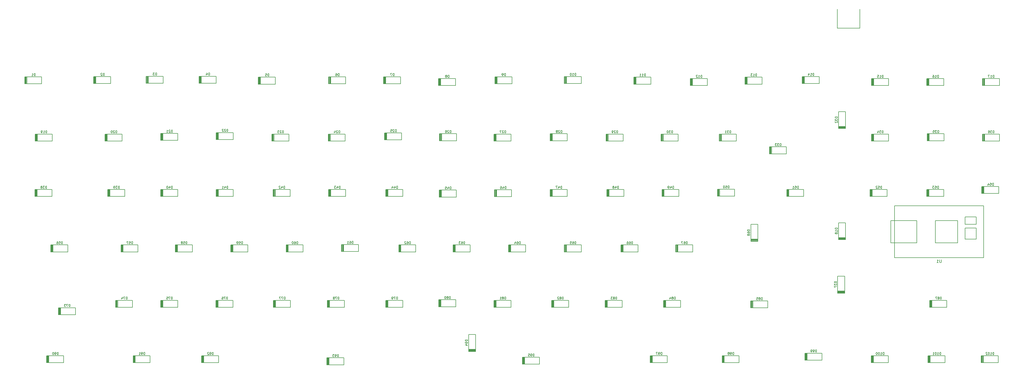
<source format=gbo>
G04 #@! TF.GenerationSoftware,KiCad,Pcbnew,(5.0.0-rc2-dev-733-g23a9fcd91)*
G04 #@! TF.CreationDate,2018-09-05T17:39:11-04:00*
G04 #@! TF.ProjectId,comp1800,636F6D70313830302E6B696361645F70,rev?*
G04 #@! TF.SameCoordinates,Original*
G04 #@! TF.FileFunction,Legend,Bot*
G04 #@! TF.FilePolarity,Positive*
%FSLAX46Y46*%
G04 Gerber Fmt 4.6, Leading zero omitted, Abs format (unit mm)*
G04 Created by KiCad (PCBNEW (5.0.0-rc2-dev-733-g23a9fcd91)) date 09/05/18 17:39:11*
%MOMM*%
%LPD*%
G01*
G04 APERTURE LIST*
%ADD10C,0.150000*%
%ADD11C,0.200000*%
G04 APERTURE END LIST*
D10*
X341947500Y-86360000D02*
X341947500Y-104140000D01*
X372427500Y-86360000D02*
X341947500Y-86360000D01*
X372427500Y-104140000D02*
X372427500Y-86360000D01*
X341947500Y-104140000D02*
X372427500Y-104140000D01*
X349567500Y-99060000D02*
X349567500Y-91440000D01*
X340677500Y-99060000D02*
X349567500Y-99060000D01*
X340677500Y-91440000D02*
X340677500Y-99060000D01*
X349567500Y-91440000D02*
X340677500Y-91440000D01*
X355917500Y-99060000D02*
X355917500Y-91440000D01*
X363537500Y-99060000D02*
X355917500Y-99060000D01*
X363537500Y-91440000D02*
X363537500Y-99060000D01*
X355917500Y-91440000D02*
X363537500Y-91440000D01*
X369887500Y-93980000D02*
X369887500Y-97790000D01*
X366077500Y-93980000D02*
X369887500Y-93980000D01*
X366077500Y-95250000D02*
X366077500Y-93980000D01*
X366077500Y-97790000D02*
X366077500Y-95250000D01*
X369887500Y-97790000D02*
X366077500Y-97790000D01*
X369887500Y-90170000D02*
X369887500Y-92710000D01*
X366077500Y-90170000D02*
X369887500Y-90170000D01*
X366077500Y-92710000D02*
X366077500Y-90170000D01*
X369887500Y-92710000D02*
X366077500Y-92710000D01*
D11*
X50300000Y-42200000D02*
X44500000Y-42200000D01*
X50300000Y-44600000D02*
X50300000Y-42200000D01*
X44500000Y-44600000D02*
X50300000Y-44600000D01*
X44575000Y-44600000D02*
X44575000Y-42200000D01*
X44700000Y-44600000D02*
X44700000Y-42200000D01*
X44475000Y-42200000D02*
X44475000Y-44600000D01*
X44875000Y-44600000D02*
X44875000Y-42200000D01*
X45050000Y-44600000D02*
X45050000Y-42200000D01*
X45225000Y-44600000D02*
X45225000Y-42200000D01*
X68825000Y-44500000D02*
X68825000Y-42100000D01*
X68650000Y-44500000D02*
X68650000Y-42100000D01*
X68475000Y-44500000D02*
X68475000Y-42100000D01*
X68075000Y-42100000D02*
X68075000Y-44500000D01*
X68300000Y-44500000D02*
X68300000Y-42100000D01*
X68175000Y-44500000D02*
X68175000Y-42100000D01*
X68100000Y-44500000D02*
X73900000Y-44500000D01*
X73900000Y-44500000D02*
X73900000Y-42100000D01*
X73900000Y-42100000D02*
X68100000Y-42100000D01*
X86725000Y-44400000D02*
X86725000Y-42000000D01*
X86550000Y-44400000D02*
X86550000Y-42000000D01*
X86375000Y-44400000D02*
X86375000Y-42000000D01*
X85975000Y-42000000D02*
X85975000Y-44400000D01*
X86200000Y-44400000D02*
X86200000Y-42000000D01*
X86075000Y-44400000D02*
X86075000Y-42000000D01*
X86000000Y-44400000D02*
X91800000Y-44400000D01*
X91800000Y-44400000D02*
X91800000Y-42000000D01*
X91800000Y-42000000D02*
X86000000Y-42000000D01*
X104850000Y-44400000D02*
X104850000Y-42000000D01*
X104675000Y-44400000D02*
X104675000Y-42000000D01*
X104500000Y-44400000D02*
X104500000Y-42000000D01*
X104100000Y-42000000D02*
X104100000Y-44400000D01*
X104325000Y-44400000D02*
X104325000Y-42000000D01*
X104200000Y-44400000D02*
X104200000Y-42000000D01*
X104125000Y-44400000D02*
X109925000Y-44400000D01*
X109925000Y-44400000D02*
X109925000Y-42000000D01*
X109925000Y-42000000D02*
X104125000Y-42000000D01*
X130200000Y-42300000D02*
X124400000Y-42300000D01*
X130200000Y-44700000D02*
X130200000Y-42300000D01*
X124400000Y-44700000D02*
X130200000Y-44700000D01*
X124475000Y-44700000D02*
X124475000Y-42300000D01*
X124600000Y-44700000D02*
X124600000Y-42300000D01*
X124375000Y-42300000D02*
X124375000Y-44700000D01*
X124775000Y-44700000D02*
X124775000Y-42300000D01*
X124950000Y-44700000D02*
X124950000Y-42300000D01*
X125125000Y-44700000D02*
X125125000Y-42300000D01*
X154200000Y-42200000D02*
X148400000Y-42200000D01*
X154200000Y-44600000D02*
X154200000Y-42200000D01*
X148400000Y-44600000D02*
X154200000Y-44600000D01*
X148475000Y-44600000D02*
X148475000Y-42200000D01*
X148600000Y-44600000D02*
X148600000Y-42200000D01*
X148375000Y-42200000D02*
X148375000Y-44600000D01*
X148775000Y-44600000D02*
X148775000Y-42200000D01*
X148950000Y-44600000D02*
X148950000Y-42200000D01*
X149125000Y-44600000D02*
X149125000Y-42200000D01*
X173000000Y-42200000D02*
X167200000Y-42200000D01*
X173000000Y-44600000D02*
X173000000Y-42200000D01*
X167200000Y-44600000D02*
X173000000Y-44600000D01*
X167275000Y-44600000D02*
X167275000Y-42200000D01*
X167400000Y-44600000D02*
X167400000Y-42200000D01*
X167175000Y-42200000D02*
X167175000Y-44600000D01*
X167575000Y-44600000D02*
X167575000Y-42200000D01*
X167750000Y-44600000D02*
X167750000Y-42200000D01*
X167925000Y-44600000D02*
X167925000Y-42200000D01*
X186725000Y-45200000D02*
X186725000Y-42800000D01*
X186550000Y-45200000D02*
X186550000Y-42800000D01*
X186375000Y-45200000D02*
X186375000Y-42800000D01*
X185975000Y-42800000D02*
X185975000Y-45200000D01*
X186200000Y-45200000D02*
X186200000Y-42800000D01*
X186075000Y-45200000D02*
X186075000Y-42800000D01*
X186000000Y-45200000D02*
X191800000Y-45200000D01*
X191800000Y-45200000D02*
X191800000Y-42800000D01*
X191800000Y-42800000D02*
X186000000Y-42800000D01*
X206025000Y-44600000D02*
X206025000Y-42200000D01*
X205850000Y-44600000D02*
X205850000Y-42200000D01*
X205675000Y-44600000D02*
X205675000Y-42200000D01*
X205275000Y-42200000D02*
X205275000Y-44600000D01*
X205500000Y-44600000D02*
X205500000Y-42200000D01*
X205375000Y-44600000D02*
X205375000Y-42200000D01*
X205300000Y-44600000D02*
X211100000Y-44600000D01*
X211100000Y-44600000D02*
X211100000Y-42200000D01*
X211100000Y-42200000D02*
X205300000Y-42200000D01*
X229725000Y-44500000D02*
X229725000Y-42100000D01*
X229550000Y-44500000D02*
X229550000Y-42100000D01*
X229375000Y-44500000D02*
X229375000Y-42100000D01*
X228975000Y-42100000D02*
X228975000Y-44500000D01*
X229200000Y-44500000D02*
X229200000Y-42100000D01*
X229075000Y-44500000D02*
X229075000Y-42100000D01*
X229000000Y-44500000D02*
X234800000Y-44500000D01*
X234800000Y-44500000D02*
X234800000Y-42100000D01*
X234800000Y-42100000D02*
X229000000Y-42100000D01*
X253525000Y-44700000D02*
X253525000Y-42300000D01*
X253350000Y-44700000D02*
X253350000Y-42300000D01*
X253175000Y-44700000D02*
X253175000Y-42300000D01*
X252775000Y-42300000D02*
X252775000Y-44700000D01*
X253000000Y-44700000D02*
X253000000Y-42300000D01*
X252875000Y-44700000D02*
X252875000Y-42300000D01*
X252800000Y-44700000D02*
X258600000Y-44700000D01*
X258600000Y-44700000D02*
X258600000Y-42300000D01*
X258600000Y-42300000D02*
X252800000Y-42300000D01*
X272825000Y-45200000D02*
X272825000Y-42800000D01*
X272650000Y-45200000D02*
X272650000Y-42800000D01*
X272475000Y-45200000D02*
X272475000Y-42800000D01*
X272075000Y-42800000D02*
X272075000Y-45200000D01*
X272300000Y-45200000D02*
X272300000Y-42800000D01*
X272175000Y-45200000D02*
X272175000Y-42800000D01*
X272100000Y-45200000D02*
X277900000Y-45200000D01*
X277900000Y-45200000D02*
X277900000Y-42800000D01*
X277900000Y-42800000D02*
X272100000Y-42800000D01*
X296625000Y-42300000D02*
X290825000Y-42300000D01*
X296625000Y-44700000D02*
X296625000Y-42300000D01*
X290825000Y-44700000D02*
X296625000Y-44700000D01*
X290900000Y-44700000D02*
X290900000Y-42300000D01*
X291025000Y-44700000D02*
X291025000Y-42300000D01*
X290800000Y-42300000D02*
X290800000Y-44700000D01*
X291200000Y-44700000D02*
X291200000Y-42300000D01*
X291375000Y-44700000D02*
X291375000Y-42300000D01*
X291550000Y-44700000D02*
X291550000Y-42300000D01*
X311125000Y-44500000D02*
X311125000Y-42100000D01*
X310950000Y-44500000D02*
X310950000Y-42100000D01*
X310775000Y-44500000D02*
X310775000Y-42100000D01*
X310375000Y-42100000D02*
X310375000Y-44500000D01*
X310600000Y-44500000D02*
X310600000Y-42100000D01*
X310475000Y-44500000D02*
X310475000Y-42100000D01*
X310400000Y-44500000D02*
X316200000Y-44500000D01*
X316200000Y-44500000D02*
X316200000Y-42100000D01*
X316200000Y-42100000D02*
X310400000Y-42100000D01*
X334825000Y-45200000D02*
X334825000Y-42800000D01*
X334650000Y-45200000D02*
X334650000Y-42800000D01*
X334475000Y-45200000D02*
X334475000Y-42800000D01*
X334075000Y-42800000D02*
X334075000Y-45200000D01*
X334300000Y-45200000D02*
X334300000Y-42800000D01*
X334175000Y-45200000D02*
X334175000Y-42800000D01*
X334100000Y-45200000D02*
X339900000Y-45200000D01*
X339900000Y-45200000D02*
X339900000Y-42800000D01*
X339900000Y-42800000D02*
X334100000Y-42800000D01*
X358800000Y-42800000D02*
X353000000Y-42800000D01*
X358800000Y-45200000D02*
X358800000Y-42800000D01*
X353000000Y-45200000D02*
X358800000Y-45200000D01*
X353075000Y-45200000D02*
X353075000Y-42800000D01*
X353200000Y-45200000D02*
X353200000Y-42800000D01*
X352975000Y-42800000D02*
X352975000Y-45200000D01*
X353375000Y-45200000D02*
X353375000Y-42800000D01*
X353550000Y-45200000D02*
X353550000Y-42800000D01*
X353725000Y-45200000D02*
X353725000Y-42800000D01*
X377800000Y-42800000D02*
X372000000Y-42800000D01*
X377800000Y-45200000D02*
X377800000Y-42800000D01*
X372000000Y-45200000D02*
X377800000Y-45200000D01*
X372075000Y-45200000D02*
X372075000Y-42800000D01*
X372200000Y-45200000D02*
X372200000Y-42800000D01*
X371975000Y-42800000D02*
X371975000Y-45200000D01*
X372375000Y-45200000D02*
X372375000Y-42800000D01*
X372550000Y-45200000D02*
X372550000Y-42800000D01*
X372725000Y-45200000D02*
X372725000Y-42800000D01*
X322800000Y-92200000D02*
X322800000Y-98000000D01*
X325200000Y-92200000D02*
X322800000Y-92200000D01*
X325200000Y-98000000D02*
X325200000Y-92200000D01*
X325200000Y-97925000D02*
X322800000Y-97925000D01*
X325200000Y-97800000D02*
X322800000Y-97800000D01*
X322800000Y-98025000D02*
X325200000Y-98025000D01*
X325200000Y-97625000D02*
X322800000Y-97625000D01*
X325200000Y-97450000D02*
X322800000Y-97450000D01*
X325200000Y-97275000D02*
X322800000Y-97275000D01*
X48825000Y-64200000D02*
X48825000Y-61800000D01*
X48650000Y-64200000D02*
X48650000Y-61800000D01*
X48475000Y-64200000D02*
X48475000Y-61800000D01*
X48075000Y-61800000D02*
X48075000Y-64200000D01*
X48300000Y-64200000D02*
X48300000Y-61800000D01*
X48175000Y-64200000D02*
X48175000Y-61800000D01*
X48100000Y-64200000D02*
X53900000Y-64200000D01*
X53900000Y-64200000D02*
X53900000Y-61800000D01*
X53900000Y-61800000D02*
X48100000Y-61800000D01*
X77800000Y-61800000D02*
X72000000Y-61800000D01*
X77800000Y-64200000D02*
X77800000Y-61800000D01*
X72000000Y-64200000D02*
X77800000Y-64200000D01*
X72075000Y-64200000D02*
X72075000Y-61800000D01*
X72200000Y-64200000D02*
X72200000Y-61800000D01*
X71975000Y-61800000D02*
X71975000Y-64200000D01*
X72375000Y-64200000D02*
X72375000Y-61800000D01*
X72550000Y-64200000D02*
X72550000Y-61800000D01*
X72725000Y-64200000D02*
X72725000Y-61800000D01*
X96800000Y-61600000D02*
X91000000Y-61600000D01*
X96800000Y-64000000D02*
X96800000Y-61600000D01*
X91000000Y-64000000D02*
X96800000Y-64000000D01*
X91075000Y-64000000D02*
X91075000Y-61600000D01*
X91200000Y-64000000D02*
X91200000Y-61600000D01*
X90975000Y-61600000D02*
X90975000Y-64000000D01*
X91375000Y-64000000D02*
X91375000Y-61600000D01*
X91550000Y-64000000D02*
X91550000Y-61600000D01*
X91725000Y-64000000D02*
X91725000Y-61600000D01*
X110725000Y-63700000D02*
X110725000Y-61300000D01*
X110550000Y-63700000D02*
X110550000Y-61300000D01*
X110375000Y-63700000D02*
X110375000Y-61300000D01*
X109975000Y-61300000D02*
X109975000Y-63700000D01*
X110200000Y-63700000D02*
X110200000Y-61300000D01*
X110075000Y-63700000D02*
X110075000Y-61300000D01*
X110000000Y-63700000D02*
X115800000Y-63700000D01*
X115800000Y-63700000D02*
X115800000Y-61300000D01*
X115800000Y-61300000D02*
X110000000Y-61300000D01*
X134800000Y-61800000D02*
X129000000Y-61800000D01*
X134800000Y-64200000D02*
X134800000Y-61800000D01*
X129000000Y-64200000D02*
X134800000Y-64200000D01*
X129075000Y-64200000D02*
X129075000Y-61800000D01*
X129200000Y-64200000D02*
X129200000Y-61800000D01*
X128975000Y-61800000D02*
X128975000Y-64200000D01*
X129375000Y-64200000D02*
X129375000Y-61800000D01*
X129550000Y-64200000D02*
X129550000Y-61800000D01*
X129725000Y-64200000D02*
X129725000Y-61800000D01*
X149025000Y-64200000D02*
X149025000Y-61800000D01*
X148850000Y-64200000D02*
X148850000Y-61800000D01*
X148675000Y-64200000D02*
X148675000Y-61800000D01*
X148275000Y-61800000D02*
X148275000Y-64200000D01*
X148500000Y-64200000D02*
X148500000Y-61800000D01*
X148375000Y-64200000D02*
X148375000Y-61800000D01*
X148300000Y-64200000D02*
X154100000Y-64200000D01*
X154100000Y-64200000D02*
X154100000Y-61800000D01*
X154100000Y-61800000D02*
X148300000Y-61800000D01*
X173375000Y-61400000D02*
X167575000Y-61400000D01*
X173375000Y-63800000D02*
X173375000Y-61400000D01*
X167575000Y-63800000D02*
X173375000Y-63800000D01*
X167650000Y-63800000D02*
X167650000Y-61400000D01*
X167775000Y-63800000D02*
X167775000Y-61400000D01*
X167550000Y-61400000D02*
X167550000Y-63800000D01*
X167950000Y-63800000D02*
X167950000Y-61400000D01*
X168125000Y-63800000D02*
X168125000Y-61400000D01*
X168300000Y-63800000D02*
X168300000Y-61400000D01*
X192125000Y-61700000D02*
X186325000Y-61700000D01*
X192125000Y-64100000D02*
X192125000Y-61700000D01*
X186325000Y-64100000D02*
X192125000Y-64100000D01*
X186400000Y-64100000D02*
X186400000Y-61700000D01*
X186525000Y-64100000D02*
X186525000Y-61700000D01*
X186300000Y-61700000D02*
X186300000Y-64100000D01*
X186700000Y-64100000D02*
X186700000Y-61700000D01*
X186875000Y-64100000D02*
X186875000Y-61700000D01*
X187050000Y-64100000D02*
X187050000Y-61700000D01*
X205725000Y-64200000D02*
X205725000Y-61800000D01*
X205550000Y-64200000D02*
X205550000Y-61800000D01*
X205375000Y-64200000D02*
X205375000Y-61800000D01*
X204975000Y-61800000D02*
X204975000Y-64200000D01*
X205200000Y-64200000D02*
X205200000Y-61800000D01*
X205075000Y-64200000D02*
X205075000Y-61800000D01*
X205000000Y-64200000D02*
X210800000Y-64200000D01*
X210800000Y-64200000D02*
X210800000Y-61800000D01*
X210800000Y-61800000D02*
X205000000Y-61800000D01*
X224950000Y-64100000D02*
X224950000Y-61700000D01*
X224775000Y-64100000D02*
X224775000Y-61700000D01*
X224600000Y-64100000D02*
X224600000Y-61700000D01*
X224200000Y-61700000D02*
X224200000Y-64100000D01*
X224425000Y-64100000D02*
X224425000Y-61700000D01*
X224300000Y-64100000D02*
X224300000Y-61700000D01*
X224225000Y-64100000D02*
X230025000Y-64100000D01*
X230025000Y-64100000D02*
X230025000Y-61700000D01*
X230025000Y-61700000D02*
X224225000Y-61700000D01*
X244025000Y-64200000D02*
X244025000Y-61800000D01*
X243850000Y-64200000D02*
X243850000Y-61800000D01*
X243675000Y-64200000D02*
X243675000Y-61800000D01*
X243275000Y-61800000D02*
X243275000Y-64200000D01*
X243500000Y-64200000D02*
X243500000Y-61800000D01*
X243375000Y-64200000D02*
X243375000Y-61800000D01*
X243300000Y-64200000D02*
X249100000Y-64200000D01*
X249100000Y-64200000D02*
X249100000Y-61800000D01*
X249100000Y-61800000D02*
X243300000Y-61800000D01*
X267900000Y-61800000D02*
X262100000Y-61800000D01*
X267900000Y-64200000D02*
X267900000Y-61800000D01*
X262100000Y-64200000D02*
X267900000Y-64200000D01*
X262175000Y-64200000D02*
X262175000Y-61800000D01*
X262300000Y-64200000D02*
X262300000Y-61800000D01*
X262075000Y-61800000D02*
X262075000Y-64200000D01*
X262475000Y-64200000D02*
X262475000Y-61800000D01*
X262650000Y-64200000D02*
X262650000Y-61800000D01*
X262825000Y-64200000D02*
X262825000Y-61800000D01*
X287800000Y-61800000D02*
X282000000Y-61800000D01*
X287800000Y-64200000D02*
X287800000Y-61800000D01*
X282000000Y-64200000D02*
X287800000Y-64200000D01*
X282075000Y-64200000D02*
X282075000Y-61800000D01*
X282200000Y-64200000D02*
X282200000Y-61800000D01*
X281975000Y-61800000D02*
X281975000Y-64200000D01*
X282375000Y-64200000D02*
X282375000Y-61800000D01*
X282550000Y-64200000D02*
X282550000Y-61800000D01*
X282725000Y-64200000D02*
X282725000Y-61800000D01*
X325200000Y-59175000D02*
X322800000Y-59175000D01*
X325200000Y-59350000D02*
X322800000Y-59350000D01*
X325200000Y-59525000D02*
X322800000Y-59525000D01*
X322800000Y-59925000D02*
X325200000Y-59925000D01*
X325200000Y-59700000D02*
X322800000Y-59700000D01*
X325200000Y-59825000D02*
X322800000Y-59825000D01*
X325200000Y-59900000D02*
X325200000Y-54100000D01*
X325200000Y-54100000D02*
X322800000Y-54100000D01*
X322800000Y-54100000D02*
X322800000Y-59900000D01*
X299900000Y-68600000D02*
X299900000Y-66200000D01*
X299725000Y-68600000D02*
X299725000Y-66200000D01*
X299550000Y-68600000D02*
X299550000Y-66200000D01*
X299150000Y-66200000D02*
X299150000Y-68600000D01*
X299375000Y-68600000D02*
X299375000Y-66200000D01*
X299250000Y-68600000D02*
X299250000Y-66200000D01*
X299175000Y-68600000D02*
X304975000Y-68600000D01*
X304975000Y-68600000D02*
X304975000Y-66200000D01*
X304975000Y-66200000D02*
X299175000Y-66200000D01*
X334825000Y-64200000D02*
X334825000Y-61800000D01*
X334650000Y-64200000D02*
X334650000Y-61800000D01*
X334475000Y-64200000D02*
X334475000Y-61800000D01*
X334075000Y-61800000D02*
X334075000Y-64200000D01*
X334300000Y-64200000D02*
X334300000Y-61800000D01*
X334175000Y-64200000D02*
X334175000Y-61800000D01*
X334100000Y-64200000D02*
X339900000Y-64200000D01*
X339900000Y-64200000D02*
X339900000Y-61800000D01*
X339900000Y-61800000D02*
X334100000Y-61800000D01*
X358900000Y-61700000D02*
X353100000Y-61700000D01*
X358900000Y-64100000D02*
X358900000Y-61700000D01*
X353100000Y-64100000D02*
X358900000Y-64100000D01*
X353175000Y-64100000D02*
X353175000Y-61700000D01*
X353300000Y-64100000D02*
X353300000Y-61700000D01*
X353075000Y-61700000D02*
X353075000Y-64100000D01*
X353475000Y-64100000D02*
X353475000Y-61700000D01*
X353650000Y-64100000D02*
X353650000Y-61700000D01*
X353825000Y-64100000D02*
X353825000Y-61700000D01*
X372725000Y-64200000D02*
X372725000Y-61800000D01*
X372550000Y-64200000D02*
X372550000Y-61800000D01*
X372375000Y-64200000D02*
X372375000Y-61800000D01*
X371975000Y-61800000D02*
X371975000Y-64200000D01*
X372200000Y-64200000D02*
X372200000Y-61800000D01*
X372075000Y-64200000D02*
X372075000Y-61800000D01*
X372000000Y-64200000D02*
X377800000Y-64200000D01*
X377800000Y-64200000D02*
X377800000Y-61800000D01*
X377800000Y-61800000D02*
X372000000Y-61800000D01*
X324900000Y-115600000D02*
X322500000Y-115600000D01*
X324900000Y-115775000D02*
X322500000Y-115775000D01*
X324900000Y-115950000D02*
X322500000Y-115950000D01*
X322500000Y-116350000D02*
X324900000Y-116350000D01*
X324900000Y-116125000D02*
X322500000Y-116125000D01*
X324900000Y-116250000D02*
X322500000Y-116250000D01*
X324900000Y-116325000D02*
X324900000Y-110525000D01*
X324900000Y-110525000D02*
X322500000Y-110525000D01*
X322500000Y-110525000D02*
X322500000Y-116325000D01*
X53800000Y-80800000D02*
X48000000Y-80800000D01*
X53800000Y-83200000D02*
X53800000Y-80800000D01*
X48000000Y-83200000D02*
X53800000Y-83200000D01*
X48075000Y-83200000D02*
X48075000Y-80800000D01*
X48200000Y-83200000D02*
X48200000Y-80800000D01*
X47975000Y-80800000D02*
X47975000Y-83200000D01*
X48375000Y-83200000D02*
X48375000Y-80800000D01*
X48550000Y-83200000D02*
X48550000Y-80800000D01*
X48725000Y-83200000D02*
X48725000Y-80800000D01*
X78700000Y-80800000D02*
X72900000Y-80800000D01*
X78700000Y-83200000D02*
X78700000Y-80800000D01*
X72900000Y-83200000D02*
X78700000Y-83200000D01*
X72975000Y-83200000D02*
X72975000Y-80800000D01*
X73100000Y-83200000D02*
X73100000Y-80800000D01*
X72875000Y-80800000D02*
X72875000Y-83200000D01*
X73275000Y-83200000D02*
X73275000Y-80800000D01*
X73450000Y-83200000D02*
X73450000Y-80800000D01*
X73625000Y-83200000D02*
X73625000Y-80800000D01*
X96800000Y-80800000D02*
X91000000Y-80800000D01*
X96800000Y-83200000D02*
X96800000Y-80800000D01*
X91000000Y-83200000D02*
X96800000Y-83200000D01*
X91075000Y-83200000D02*
X91075000Y-80800000D01*
X91200000Y-83200000D02*
X91200000Y-80800000D01*
X90975000Y-80800000D02*
X90975000Y-83200000D01*
X91375000Y-83200000D02*
X91375000Y-80800000D01*
X91550000Y-83200000D02*
X91550000Y-80800000D01*
X91725000Y-83200000D02*
X91725000Y-80800000D01*
X110725000Y-83200000D02*
X110725000Y-80800000D01*
X110550000Y-83200000D02*
X110550000Y-80800000D01*
X110375000Y-83200000D02*
X110375000Y-80800000D01*
X109975000Y-80800000D02*
X109975000Y-83200000D01*
X110200000Y-83200000D02*
X110200000Y-80800000D01*
X110075000Y-83200000D02*
X110075000Y-80800000D01*
X110000000Y-83200000D02*
X115800000Y-83200000D01*
X115800000Y-83200000D02*
X115800000Y-80800000D01*
X115800000Y-80800000D02*
X110000000Y-80800000D01*
X135225000Y-80800000D02*
X129425000Y-80800000D01*
X135225000Y-83200000D02*
X135225000Y-80800000D01*
X129425000Y-83200000D02*
X135225000Y-83200000D01*
X129500000Y-83200000D02*
X129500000Y-80800000D01*
X129625000Y-83200000D02*
X129625000Y-80800000D01*
X129400000Y-80800000D02*
X129400000Y-83200000D01*
X129800000Y-83200000D02*
X129800000Y-80800000D01*
X129975000Y-83200000D02*
X129975000Y-80800000D01*
X130150000Y-83200000D02*
X130150000Y-80800000D01*
X149150000Y-83200000D02*
X149150000Y-80800000D01*
X148975000Y-83200000D02*
X148975000Y-80800000D01*
X148800000Y-83200000D02*
X148800000Y-80800000D01*
X148400000Y-80800000D02*
X148400000Y-83200000D01*
X148625000Y-83200000D02*
X148625000Y-80800000D01*
X148500000Y-83200000D02*
X148500000Y-80800000D01*
X148425000Y-83200000D02*
X154225000Y-83200000D01*
X154225000Y-83200000D02*
X154225000Y-80800000D01*
X154225000Y-80800000D02*
X148425000Y-80800000D01*
X168725000Y-83200000D02*
X168725000Y-80800000D01*
X168550000Y-83200000D02*
X168550000Y-80800000D01*
X168375000Y-83200000D02*
X168375000Y-80800000D01*
X167975000Y-80800000D02*
X167975000Y-83200000D01*
X168200000Y-83200000D02*
X168200000Y-80800000D01*
X168075000Y-83200000D02*
X168075000Y-80800000D01*
X168000000Y-83200000D02*
X173800000Y-83200000D01*
X173800000Y-83200000D02*
X173800000Y-80800000D01*
X173800000Y-80800000D02*
X168000000Y-80800000D01*
X187025000Y-83400000D02*
X187025000Y-81000000D01*
X186850000Y-83400000D02*
X186850000Y-81000000D01*
X186675000Y-83400000D02*
X186675000Y-81000000D01*
X186275000Y-81000000D02*
X186275000Y-83400000D01*
X186500000Y-83400000D02*
X186500000Y-81000000D01*
X186375000Y-83400000D02*
X186375000Y-81000000D01*
X186300000Y-83400000D02*
X192100000Y-83400000D01*
X192100000Y-83400000D02*
X192100000Y-81000000D01*
X192100000Y-81000000D02*
X186300000Y-81000000D01*
X210925000Y-80900000D02*
X205125000Y-80900000D01*
X210925000Y-83300000D02*
X210925000Y-80900000D01*
X205125000Y-83300000D02*
X210925000Y-83300000D01*
X205200000Y-83300000D02*
X205200000Y-80900000D01*
X205325000Y-83300000D02*
X205325000Y-80900000D01*
X205100000Y-80900000D02*
X205100000Y-83300000D01*
X205500000Y-83300000D02*
X205500000Y-80900000D01*
X205675000Y-83300000D02*
X205675000Y-80900000D01*
X205850000Y-83300000D02*
X205850000Y-80900000D01*
X224925000Y-83200000D02*
X224925000Y-80800000D01*
X224750000Y-83200000D02*
X224750000Y-80800000D01*
X224575000Y-83200000D02*
X224575000Y-80800000D01*
X224175000Y-80800000D02*
X224175000Y-83200000D01*
X224400000Y-83200000D02*
X224400000Y-80800000D01*
X224275000Y-83200000D02*
X224275000Y-80800000D01*
X224200000Y-83200000D02*
X230000000Y-83200000D01*
X230000000Y-83200000D02*
X230000000Y-80800000D01*
X230000000Y-80800000D02*
X224200000Y-80800000D01*
X249375000Y-80800000D02*
X243575000Y-80800000D01*
X249375000Y-83200000D02*
X249375000Y-80800000D01*
X243575000Y-83200000D02*
X249375000Y-83200000D01*
X243650000Y-83200000D02*
X243650000Y-80800000D01*
X243775000Y-83200000D02*
X243775000Y-80800000D01*
X243550000Y-80800000D02*
X243550000Y-83200000D01*
X243950000Y-83200000D02*
X243950000Y-80800000D01*
X244125000Y-83200000D02*
X244125000Y-80800000D01*
X244300000Y-83200000D02*
X244300000Y-80800000D01*
X263150000Y-83200000D02*
X263150000Y-80800000D01*
X262975000Y-83200000D02*
X262975000Y-80800000D01*
X262800000Y-83200000D02*
X262800000Y-80800000D01*
X262400000Y-80800000D02*
X262400000Y-83200000D01*
X262625000Y-83200000D02*
X262625000Y-80800000D01*
X262500000Y-83200000D02*
X262500000Y-80800000D01*
X262425000Y-83200000D02*
X268225000Y-83200000D01*
X268225000Y-83200000D02*
X268225000Y-80800000D01*
X268225000Y-80800000D02*
X262425000Y-80800000D01*
X287200000Y-80700000D02*
X281400000Y-80700000D01*
X287200000Y-83100000D02*
X287200000Y-80700000D01*
X281400000Y-83100000D02*
X287200000Y-83100000D01*
X281475000Y-83100000D02*
X281475000Y-80700000D01*
X281600000Y-83100000D02*
X281600000Y-80700000D01*
X281375000Y-80700000D02*
X281375000Y-83100000D01*
X281775000Y-83100000D02*
X281775000Y-80700000D01*
X281950000Y-83100000D02*
X281950000Y-80700000D01*
X282125000Y-83100000D02*
X282125000Y-80700000D01*
X305825000Y-83200000D02*
X305825000Y-80800000D01*
X305650000Y-83200000D02*
X305650000Y-80800000D01*
X305475000Y-83200000D02*
X305475000Y-80800000D01*
X305075000Y-80800000D02*
X305075000Y-83200000D01*
X305300000Y-83200000D02*
X305300000Y-80800000D01*
X305175000Y-83200000D02*
X305175000Y-80800000D01*
X305100000Y-83200000D02*
X310900000Y-83200000D01*
X310900000Y-83200000D02*
X310900000Y-80800000D01*
X310900000Y-80800000D02*
X305100000Y-80800000D01*
X334300000Y-83200000D02*
X334300000Y-80800000D01*
X334125000Y-83200000D02*
X334125000Y-80800000D01*
X333950000Y-83200000D02*
X333950000Y-80800000D01*
X333550000Y-80800000D02*
X333550000Y-83200000D01*
X333775000Y-83200000D02*
X333775000Y-80800000D01*
X333650000Y-83200000D02*
X333650000Y-80800000D01*
X333575000Y-83200000D02*
X339375000Y-83200000D01*
X339375000Y-83200000D02*
X339375000Y-80800000D01*
X339375000Y-80800000D02*
X333575000Y-80800000D01*
X353725000Y-83200000D02*
X353725000Y-80800000D01*
X353550000Y-83200000D02*
X353550000Y-80800000D01*
X353375000Y-83200000D02*
X353375000Y-80800000D01*
X352975000Y-80800000D02*
X352975000Y-83200000D01*
X353200000Y-83200000D02*
X353200000Y-80800000D01*
X353075000Y-83200000D02*
X353075000Y-80800000D01*
X353000000Y-83200000D02*
X358800000Y-83200000D01*
X358800000Y-83200000D02*
X358800000Y-80800000D01*
X358800000Y-80800000D02*
X353000000Y-80800000D01*
X377600000Y-79800000D02*
X371800000Y-79800000D01*
X377600000Y-82200000D02*
X377600000Y-79800000D01*
X371800000Y-82200000D02*
X377600000Y-82200000D01*
X371875000Y-82200000D02*
X371875000Y-79800000D01*
X372000000Y-82200000D02*
X372000000Y-79800000D01*
X371775000Y-79800000D02*
X371775000Y-82200000D01*
X372175000Y-82200000D02*
X372175000Y-79800000D01*
X372350000Y-82200000D02*
X372350000Y-79800000D01*
X372525000Y-82200000D02*
X372525000Y-79800000D01*
X59225000Y-99800000D02*
X53425000Y-99800000D01*
X59225000Y-102200000D02*
X59225000Y-99800000D01*
X53425000Y-102200000D02*
X59225000Y-102200000D01*
X53500000Y-102200000D02*
X53500000Y-99800000D01*
X53625000Y-102200000D02*
X53625000Y-99800000D01*
X53400000Y-99800000D02*
X53400000Y-102200000D01*
X53800000Y-102200000D02*
X53800000Y-99800000D01*
X53975000Y-102200000D02*
X53975000Y-99800000D01*
X54150000Y-102200000D02*
X54150000Y-99800000D01*
X83225000Y-99800000D02*
X77425000Y-99800000D01*
X83225000Y-102200000D02*
X83225000Y-99800000D01*
X77425000Y-102200000D02*
X83225000Y-102200000D01*
X77500000Y-102200000D02*
X77500000Y-99800000D01*
X77625000Y-102200000D02*
X77625000Y-99800000D01*
X77400000Y-99800000D02*
X77400000Y-102200000D01*
X77800000Y-102200000D02*
X77800000Y-99800000D01*
X77975000Y-102200000D02*
X77975000Y-99800000D01*
X78150000Y-102200000D02*
X78150000Y-99800000D01*
X96725000Y-102200000D02*
X96725000Y-99800000D01*
X96550000Y-102200000D02*
X96550000Y-99800000D01*
X96375000Y-102200000D02*
X96375000Y-99800000D01*
X95975000Y-99800000D02*
X95975000Y-102200000D01*
X96200000Y-102200000D02*
X96200000Y-99800000D01*
X96075000Y-102200000D02*
X96075000Y-99800000D01*
X96000000Y-102200000D02*
X101800000Y-102200000D01*
X101800000Y-102200000D02*
X101800000Y-99800000D01*
X101800000Y-99800000D02*
X96000000Y-99800000D01*
X120800000Y-99800000D02*
X115000000Y-99800000D01*
X120800000Y-102200000D02*
X120800000Y-99800000D01*
X115000000Y-102200000D02*
X120800000Y-102200000D01*
X115075000Y-102200000D02*
X115075000Y-99800000D01*
X115200000Y-102200000D02*
X115200000Y-99800000D01*
X114975000Y-99800000D02*
X114975000Y-102200000D01*
X115375000Y-102200000D02*
X115375000Y-99800000D01*
X115550000Y-102200000D02*
X115550000Y-99800000D01*
X115725000Y-102200000D02*
X115725000Y-99800000D01*
X134625000Y-102200000D02*
X134625000Y-99800000D01*
X134450000Y-102200000D02*
X134450000Y-99800000D01*
X134275000Y-102200000D02*
X134275000Y-99800000D01*
X133875000Y-99800000D02*
X133875000Y-102200000D01*
X134100000Y-102200000D02*
X134100000Y-99800000D01*
X133975000Y-102200000D02*
X133975000Y-99800000D01*
X133900000Y-102200000D02*
X139700000Y-102200000D01*
X139700000Y-102200000D02*
X139700000Y-99800000D01*
X139700000Y-99800000D02*
X133900000Y-99800000D01*
X158600000Y-99700000D02*
X152800000Y-99700000D01*
X158600000Y-102100000D02*
X158600000Y-99700000D01*
X152800000Y-102100000D02*
X158600000Y-102100000D01*
X152875000Y-102100000D02*
X152875000Y-99700000D01*
X153000000Y-102100000D02*
X153000000Y-99700000D01*
X152775000Y-99700000D02*
X152775000Y-102100000D01*
X153175000Y-102100000D02*
X153175000Y-99700000D01*
X153350000Y-102100000D02*
X153350000Y-99700000D01*
X153525000Y-102100000D02*
X153525000Y-99700000D01*
X178225000Y-99800000D02*
X172425000Y-99800000D01*
X178225000Y-102200000D02*
X178225000Y-99800000D01*
X172425000Y-102200000D02*
X178225000Y-102200000D01*
X172500000Y-102200000D02*
X172500000Y-99800000D01*
X172625000Y-102200000D02*
X172625000Y-99800000D01*
X172400000Y-99800000D02*
X172400000Y-102200000D01*
X172800000Y-102200000D02*
X172800000Y-99800000D01*
X172975000Y-102200000D02*
X172975000Y-99800000D01*
X173150000Y-102200000D02*
X173150000Y-99800000D01*
X191725000Y-102200000D02*
X191725000Y-99800000D01*
X191550000Y-102200000D02*
X191550000Y-99800000D01*
X191375000Y-102200000D02*
X191375000Y-99800000D01*
X190975000Y-99800000D02*
X190975000Y-102200000D01*
X191200000Y-102200000D02*
X191200000Y-99800000D01*
X191075000Y-102200000D02*
X191075000Y-99800000D01*
X191000000Y-102200000D02*
X196800000Y-102200000D01*
X196800000Y-102200000D02*
X196800000Y-99800000D01*
X196800000Y-99800000D02*
X191000000Y-99800000D01*
X210725000Y-102200000D02*
X210725000Y-99800000D01*
X210550000Y-102200000D02*
X210550000Y-99800000D01*
X210375000Y-102200000D02*
X210375000Y-99800000D01*
X209975000Y-99800000D02*
X209975000Y-102200000D01*
X210200000Y-102200000D02*
X210200000Y-99800000D01*
X210075000Y-102200000D02*
X210075000Y-99800000D01*
X210000000Y-102200000D02*
X215800000Y-102200000D01*
X215800000Y-102200000D02*
X215800000Y-99800000D01*
X215800000Y-99800000D02*
X210000000Y-99800000D01*
X234800000Y-99800000D02*
X229000000Y-99800000D01*
X234800000Y-102200000D02*
X234800000Y-99800000D01*
X229000000Y-102200000D02*
X234800000Y-102200000D01*
X229075000Y-102200000D02*
X229075000Y-99800000D01*
X229200000Y-102200000D02*
X229200000Y-99800000D01*
X228975000Y-99800000D02*
X228975000Y-102200000D01*
X229375000Y-102200000D02*
X229375000Y-99800000D01*
X229550000Y-102200000D02*
X229550000Y-99800000D01*
X229725000Y-102200000D02*
X229725000Y-99800000D01*
X254225000Y-99800000D02*
X248425000Y-99800000D01*
X254225000Y-102200000D02*
X254225000Y-99800000D01*
X248425000Y-102200000D02*
X254225000Y-102200000D01*
X248500000Y-102200000D02*
X248500000Y-99800000D01*
X248625000Y-102200000D02*
X248625000Y-99800000D01*
X248400000Y-99800000D02*
X248400000Y-102200000D01*
X248800000Y-102200000D02*
X248800000Y-99800000D01*
X248975000Y-102200000D02*
X248975000Y-99800000D01*
X249150000Y-102200000D02*
X249150000Y-99800000D01*
X267825000Y-102200000D02*
X267825000Y-99800000D01*
X267650000Y-102200000D02*
X267650000Y-99800000D01*
X267475000Y-102200000D02*
X267475000Y-99800000D01*
X267075000Y-99800000D02*
X267075000Y-102200000D01*
X267300000Y-102200000D02*
X267300000Y-99800000D01*
X267175000Y-102200000D02*
X267175000Y-99800000D01*
X267100000Y-102200000D02*
X272900000Y-102200000D01*
X272900000Y-102200000D02*
X272900000Y-99800000D01*
X272900000Y-99800000D02*
X267100000Y-99800000D01*
X292800000Y-92775000D02*
X292800000Y-98575000D01*
X295200000Y-92775000D02*
X292800000Y-92775000D01*
X295200000Y-98575000D02*
X295200000Y-92775000D01*
X295200000Y-98500000D02*
X292800000Y-98500000D01*
X295200000Y-98375000D02*
X292800000Y-98375000D01*
X292800000Y-98600000D02*
X295200000Y-98600000D01*
X295200000Y-98200000D02*
X292800000Y-98200000D01*
X295200000Y-98025000D02*
X292800000Y-98025000D01*
X295200000Y-97850000D02*
X292800000Y-97850000D01*
X56775000Y-123725000D02*
X56775000Y-121325000D01*
X56600000Y-123725000D02*
X56600000Y-121325000D01*
X56425000Y-123725000D02*
X56425000Y-121325000D01*
X56025000Y-121325000D02*
X56025000Y-123725000D01*
X56250000Y-123725000D02*
X56250000Y-121325000D01*
X56125000Y-123725000D02*
X56125000Y-121325000D01*
X56050000Y-123725000D02*
X61850000Y-123725000D01*
X61850000Y-123725000D02*
X61850000Y-121325000D01*
X61850000Y-121325000D02*
X56050000Y-121325000D01*
X81375000Y-118800000D02*
X75575000Y-118800000D01*
X81375000Y-121200000D02*
X81375000Y-118800000D01*
X75575000Y-121200000D02*
X81375000Y-121200000D01*
X75650000Y-121200000D02*
X75650000Y-118800000D01*
X75775000Y-121200000D02*
X75775000Y-118800000D01*
X75550000Y-118800000D02*
X75550000Y-121200000D01*
X75950000Y-121200000D02*
X75950000Y-118800000D01*
X76125000Y-121200000D02*
X76125000Y-118800000D01*
X76300000Y-121200000D02*
X76300000Y-118800000D01*
X96800000Y-118800000D02*
X91000000Y-118800000D01*
X96800000Y-121200000D02*
X96800000Y-118800000D01*
X91000000Y-121200000D02*
X96800000Y-121200000D01*
X91075000Y-121200000D02*
X91075000Y-118800000D01*
X91200000Y-121200000D02*
X91200000Y-118800000D01*
X90975000Y-118800000D02*
X90975000Y-121200000D01*
X91375000Y-121200000D02*
X91375000Y-118800000D01*
X91550000Y-121200000D02*
X91550000Y-118800000D01*
X91725000Y-121200000D02*
X91725000Y-118800000D01*
X110625000Y-121200000D02*
X110625000Y-118800000D01*
X110450000Y-121200000D02*
X110450000Y-118800000D01*
X110275000Y-121200000D02*
X110275000Y-118800000D01*
X109875000Y-118800000D02*
X109875000Y-121200000D01*
X110100000Y-121200000D02*
X110100000Y-118800000D01*
X109975000Y-121200000D02*
X109975000Y-118800000D01*
X109900000Y-121200000D02*
X115700000Y-121200000D01*
X115700000Y-121200000D02*
X115700000Y-118800000D01*
X115700000Y-118800000D02*
X109900000Y-118800000D01*
X130300000Y-121200000D02*
X130300000Y-118800000D01*
X130125000Y-121200000D02*
X130125000Y-118800000D01*
X129950000Y-121200000D02*
X129950000Y-118800000D01*
X129550000Y-118800000D02*
X129550000Y-121200000D01*
X129775000Y-121200000D02*
X129775000Y-118800000D01*
X129650000Y-121200000D02*
X129650000Y-118800000D01*
X129575000Y-121200000D02*
X135375000Y-121200000D01*
X135375000Y-121200000D02*
X135375000Y-118800000D01*
X135375000Y-118800000D02*
X129575000Y-118800000D01*
X153800000Y-118800000D02*
X148000000Y-118800000D01*
X153800000Y-121200000D02*
X153800000Y-118800000D01*
X148000000Y-121200000D02*
X153800000Y-121200000D01*
X148075000Y-121200000D02*
X148075000Y-118800000D01*
X148200000Y-121200000D02*
X148200000Y-118800000D01*
X147975000Y-118800000D02*
X147975000Y-121200000D01*
X148375000Y-121200000D02*
X148375000Y-118800000D01*
X148550000Y-121200000D02*
X148550000Y-118800000D01*
X148725000Y-121200000D02*
X148725000Y-118800000D01*
X173800000Y-118800000D02*
X168000000Y-118800000D01*
X173800000Y-121200000D02*
X173800000Y-118800000D01*
X168000000Y-121200000D02*
X173800000Y-121200000D01*
X168075000Y-121200000D02*
X168075000Y-118800000D01*
X168200000Y-121200000D02*
X168200000Y-118800000D01*
X167975000Y-118800000D02*
X167975000Y-121200000D01*
X168375000Y-121200000D02*
X168375000Y-118800000D01*
X168550000Y-121200000D02*
X168550000Y-118800000D01*
X168725000Y-121200000D02*
X168725000Y-118800000D01*
X186825000Y-121000000D02*
X186825000Y-118600000D01*
X186650000Y-121000000D02*
X186650000Y-118600000D01*
X186475000Y-121000000D02*
X186475000Y-118600000D01*
X186075000Y-118600000D02*
X186075000Y-121000000D01*
X186300000Y-121000000D02*
X186300000Y-118600000D01*
X186175000Y-121000000D02*
X186175000Y-118600000D01*
X186100000Y-121000000D02*
X191900000Y-121000000D01*
X191900000Y-121000000D02*
X191900000Y-118600000D01*
X191900000Y-118600000D02*
X186100000Y-118600000D01*
X210800000Y-118800000D02*
X205000000Y-118800000D01*
X210800000Y-121200000D02*
X210800000Y-118800000D01*
X205000000Y-121200000D02*
X210800000Y-121200000D01*
X205075000Y-121200000D02*
X205075000Y-118800000D01*
X205200000Y-121200000D02*
X205200000Y-118800000D01*
X204975000Y-118800000D02*
X204975000Y-121200000D01*
X205375000Y-121200000D02*
X205375000Y-118800000D01*
X205550000Y-121200000D02*
X205550000Y-118800000D01*
X205725000Y-121200000D02*
X205725000Y-118800000D01*
X230500000Y-118800000D02*
X224700000Y-118800000D01*
X230500000Y-121200000D02*
X230500000Y-118800000D01*
X224700000Y-121200000D02*
X230500000Y-121200000D01*
X224775000Y-121200000D02*
X224775000Y-118800000D01*
X224900000Y-121200000D02*
X224900000Y-118800000D01*
X224675000Y-118800000D02*
X224675000Y-121200000D01*
X225075000Y-121200000D02*
X225075000Y-118800000D01*
X225250000Y-121200000D02*
X225250000Y-118800000D01*
X225425000Y-121200000D02*
X225425000Y-118800000D01*
X243725000Y-121200000D02*
X243725000Y-118800000D01*
X243550000Y-121200000D02*
X243550000Y-118800000D01*
X243375000Y-121200000D02*
X243375000Y-118800000D01*
X242975000Y-118800000D02*
X242975000Y-121200000D01*
X243200000Y-121200000D02*
X243200000Y-118800000D01*
X243075000Y-121200000D02*
X243075000Y-118800000D01*
X243000000Y-121200000D02*
X248800000Y-121200000D01*
X248800000Y-121200000D02*
X248800000Y-118800000D01*
X248800000Y-118800000D02*
X243000000Y-118800000D01*
X268800000Y-118800000D02*
X263000000Y-118800000D01*
X268800000Y-121200000D02*
X268800000Y-118800000D01*
X263000000Y-121200000D02*
X268800000Y-121200000D01*
X263075000Y-121200000D02*
X263075000Y-118800000D01*
X263200000Y-121200000D02*
X263200000Y-118800000D01*
X262975000Y-118800000D02*
X262975000Y-121200000D01*
X263375000Y-121200000D02*
X263375000Y-118800000D01*
X263550000Y-121200000D02*
X263550000Y-118800000D01*
X263725000Y-121200000D02*
X263725000Y-118800000D01*
X293475000Y-121400000D02*
X293475000Y-119000000D01*
X293300000Y-121400000D02*
X293300000Y-119000000D01*
X293125000Y-121400000D02*
X293125000Y-119000000D01*
X292725000Y-119000000D02*
X292725000Y-121400000D01*
X292950000Y-121400000D02*
X292950000Y-119000000D01*
X292825000Y-121400000D02*
X292825000Y-119000000D01*
X292750000Y-121400000D02*
X298550000Y-121400000D01*
X298550000Y-121400000D02*
X298550000Y-119000000D01*
X298550000Y-119000000D02*
X292750000Y-119000000D01*
X359800000Y-118800000D02*
X354000000Y-118800000D01*
X359800000Y-121200000D02*
X359800000Y-118800000D01*
X354000000Y-121200000D02*
X359800000Y-121200000D01*
X354075000Y-121200000D02*
X354075000Y-118800000D01*
X354200000Y-121200000D02*
X354200000Y-118800000D01*
X353975000Y-118800000D02*
X353975000Y-121200000D01*
X354375000Y-121200000D02*
X354375000Y-118800000D01*
X354550000Y-121200000D02*
X354550000Y-118800000D01*
X354725000Y-121200000D02*
X354725000Y-118800000D01*
X52725000Y-140200000D02*
X52725000Y-137800000D01*
X52550000Y-140200000D02*
X52550000Y-137800000D01*
X52375000Y-140200000D02*
X52375000Y-137800000D01*
X51975000Y-137800000D02*
X51975000Y-140200000D01*
X52200000Y-140200000D02*
X52200000Y-137800000D01*
X52075000Y-140200000D02*
X52075000Y-137800000D01*
X52000000Y-140200000D02*
X57800000Y-140200000D01*
X57800000Y-140200000D02*
X57800000Y-137800000D01*
X57800000Y-137800000D02*
X52000000Y-137800000D01*
X87375000Y-137800000D02*
X81575000Y-137800000D01*
X87375000Y-140200000D02*
X87375000Y-137800000D01*
X81575000Y-140200000D02*
X87375000Y-140200000D01*
X81650000Y-140200000D02*
X81650000Y-137800000D01*
X81775000Y-140200000D02*
X81775000Y-137800000D01*
X81550000Y-137800000D02*
X81550000Y-140200000D01*
X81950000Y-140200000D02*
X81950000Y-137800000D01*
X82125000Y-140200000D02*
X82125000Y-137800000D01*
X82300000Y-140200000D02*
X82300000Y-137800000D01*
X110800000Y-137800000D02*
X105000000Y-137800000D01*
X110800000Y-140200000D02*
X110800000Y-137800000D01*
X105000000Y-140200000D02*
X110800000Y-140200000D01*
X105075000Y-140200000D02*
X105075000Y-137800000D01*
X105200000Y-140200000D02*
X105200000Y-137800000D01*
X104975000Y-137800000D02*
X104975000Y-140200000D01*
X105375000Y-140200000D02*
X105375000Y-137800000D01*
X105550000Y-140200000D02*
X105550000Y-137800000D01*
X105725000Y-140200000D02*
X105725000Y-137800000D01*
X153625000Y-138500000D02*
X147825000Y-138500000D01*
X153625000Y-140900000D02*
X153625000Y-138500000D01*
X147825000Y-140900000D02*
X153625000Y-140900000D01*
X147900000Y-140900000D02*
X147900000Y-138500000D01*
X148025000Y-140900000D02*
X148025000Y-138500000D01*
X147800000Y-138500000D02*
X147800000Y-140900000D01*
X148200000Y-140900000D02*
X148200000Y-138500000D01*
X148375000Y-140900000D02*
X148375000Y-138500000D01*
X148550000Y-140900000D02*
X148550000Y-138500000D01*
X198700000Y-135575000D02*
X196300000Y-135575000D01*
X198700000Y-135750000D02*
X196300000Y-135750000D01*
X198700000Y-135925000D02*
X196300000Y-135925000D01*
X196300000Y-136325000D02*
X198700000Y-136325000D01*
X198700000Y-136100000D02*
X196300000Y-136100000D01*
X198700000Y-136225000D02*
X196300000Y-136225000D01*
X198700000Y-136300000D02*
X198700000Y-130500000D01*
X198700000Y-130500000D02*
X196300000Y-130500000D01*
X196300000Y-130500000D02*
X196300000Y-136300000D01*
X215450000Y-140700000D02*
X215450000Y-138300000D01*
X215275000Y-140700000D02*
X215275000Y-138300000D01*
X215100000Y-140700000D02*
X215100000Y-138300000D01*
X214700000Y-138300000D02*
X214700000Y-140700000D01*
X214925000Y-140700000D02*
X214925000Y-138300000D01*
X214800000Y-140700000D02*
X214800000Y-138300000D01*
X214725000Y-140700000D02*
X220525000Y-140700000D01*
X220525000Y-140700000D02*
X220525000Y-138300000D01*
X220525000Y-138300000D02*
X214725000Y-138300000D01*
X264225000Y-137800000D02*
X258425000Y-137800000D01*
X264225000Y-140200000D02*
X264225000Y-137800000D01*
X258425000Y-140200000D02*
X264225000Y-140200000D01*
X258500000Y-140200000D02*
X258500000Y-137800000D01*
X258625000Y-140200000D02*
X258625000Y-137800000D01*
X258400000Y-137800000D02*
X258400000Y-140200000D01*
X258800000Y-140200000D02*
X258800000Y-137800000D01*
X258975000Y-140200000D02*
X258975000Y-137800000D01*
X259150000Y-140200000D02*
X259150000Y-137800000D01*
X283725000Y-140200000D02*
X283725000Y-137800000D01*
X283550000Y-140200000D02*
X283550000Y-137800000D01*
X283375000Y-140200000D02*
X283375000Y-137800000D01*
X282975000Y-137800000D02*
X282975000Y-140200000D01*
X283200000Y-140200000D02*
X283200000Y-137800000D01*
X283075000Y-140200000D02*
X283075000Y-137800000D01*
X283000000Y-140200000D02*
X288800000Y-140200000D01*
X288800000Y-140200000D02*
X288800000Y-137800000D01*
X288800000Y-137800000D02*
X283000000Y-137800000D01*
X317125000Y-136912500D02*
X311325000Y-136912500D01*
X317125000Y-139312500D02*
X317125000Y-136912500D01*
X311325000Y-139312500D02*
X317125000Y-139312500D01*
X311400000Y-139312500D02*
X311400000Y-136912500D01*
X311525000Y-139312500D02*
X311525000Y-136912500D01*
X311300000Y-136912500D02*
X311300000Y-139312500D01*
X311700000Y-139312500D02*
X311700000Y-136912500D01*
X311875000Y-139312500D02*
X311875000Y-136912500D01*
X312050000Y-139312500D02*
X312050000Y-136912500D01*
X334725000Y-140200000D02*
X334725000Y-137800000D01*
X334550000Y-140200000D02*
X334550000Y-137800000D01*
X334375000Y-140200000D02*
X334375000Y-137800000D01*
X333975000Y-137800000D02*
X333975000Y-140200000D01*
X334200000Y-140200000D02*
X334200000Y-137800000D01*
X334075000Y-140200000D02*
X334075000Y-137800000D01*
X334000000Y-140200000D02*
X339800000Y-140200000D01*
X339800000Y-140200000D02*
X339800000Y-137800000D01*
X339800000Y-137800000D02*
X334000000Y-137800000D01*
X359225000Y-137800000D02*
X353425000Y-137800000D01*
X359225000Y-140200000D02*
X359225000Y-137800000D01*
X353425000Y-140200000D02*
X359225000Y-140200000D01*
X353500000Y-140200000D02*
X353500000Y-137800000D01*
X353625000Y-140200000D02*
X353625000Y-137800000D01*
X353400000Y-137800000D02*
X353400000Y-140200000D01*
X353800000Y-140200000D02*
X353800000Y-137800000D01*
X353975000Y-140200000D02*
X353975000Y-137800000D01*
X354150000Y-140200000D02*
X354150000Y-137800000D01*
X372300000Y-140200000D02*
X372300000Y-137800000D01*
X372125000Y-140200000D02*
X372125000Y-137800000D01*
X371950000Y-140200000D02*
X371950000Y-137800000D01*
X371550000Y-137800000D02*
X371550000Y-140200000D01*
X371775000Y-140200000D02*
X371775000Y-137800000D01*
X371650000Y-140200000D02*
X371650000Y-137800000D01*
X371575000Y-140200000D02*
X377375000Y-140200000D01*
X377375000Y-140200000D02*
X377375000Y-137800000D01*
X377375000Y-137800000D02*
X371575000Y-137800000D01*
X330050000Y-25530000D02*
X330050000Y-19030000D01*
X322350000Y-25530000D02*
X322350000Y-19030000D01*
X322350000Y-25530000D02*
X330050000Y-25530000D01*
D10*
X357949404Y-104862380D02*
X357949404Y-105671904D01*
X357901785Y-105767142D01*
X357854166Y-105814761D01*
X357758928Y-105862380D01*
X357568452Y-105862380D01*
X357473214Y-105814761D01*
X357425595Y-105767142D01*
X357377976Y-105671904D01*
X357377976Y-104862380D01*
X356377976Y-105862380D02*
X356949404Y-105862380D01*
X356663690Y-105862380D02*
X356663690Y-104862380D01*
X356758928Y-105005238D01*
X356854166Y-105100476D01*
X356949404Y-105148095D01*
X48090476Y-41836904D02*
X48090476Y-41036904D01*
X47900000Y-41036904D01*
X47785714Y-41075000D01*
X47709523Y-41151190D01*
X47671428Y-41227380D01*
X47633333Y-41379761D01*
X47633333Y-41494047D01*
X47671428Y-41646428D01*
X47709523Y-41722619D01*
X47785714Y-41798809D01*
X47900000Y-41836904D01*
X48090476Y-41836904D01*
X46871428Y-41836904D02*
X47328571Y-41836904D01*
X47100000Y-41836904D02*
X47100000Y-41036904D01*
X47176190Y-41151190D01*
X47252380Y-41227380D01*
X47328571Y-41265476D01*
X71690476Y-41736904D02*
X71690476Y-40936904D01*
X71500000Y-40936904D01*
X71385714Y-40975000D01*
X71309523Y-41051190D01*
X71271428Y-41127380D01*
X71233333Y-41279761D01*
X71233333Y-41394047D01*
X71271428Y-41546428D01*
X71309523Y-41622619D01*
X71385714Y-41698809D01*
X71500000Y-41736904D01*
X71690476Y-41736904D01*
X70928571Y-41013095D02*
X70890476Y-40975000D01*
X70814285Y-40936904D01*
X70623809Y-40936904D01*
X70547619Y-40975000D01*
X70509523Y-41013095D01*
X70471428Y-41089285D01*
X70471428Y-41165476D01*
X70509523Y-41279761D01*
X70966666Y-41736904D01*
X70471428Y-41736904D01*
X89590476Y-41636904D02*
X89590476Y-40836904D01*
X89400000Y-40836904D01*
X89285714Y-40875000D01*
X89209523Y-40951190D01*
X89171428Y-41027380D01*
X89133333Y-41179761D01*
X89133333Y-41294047D01*
X89171428Y-41446428D01*
X89209523Y-41522619D01*
X89285714Y-41598809D01*
X89400000Y-41636904D01*
X89590476Y-41636904D01*
X88866666Y-40836904D02*
X88371428Y-40836904D01*
X88638095Y-41141666D01*
X88523809Y-41141666D01*
X88447619Y-41179761D01*
X88409523Y-41217857D01*
X88371428Y-41294047D01*
X88371428Y-41484523D01*
X88409523Y-41560714D01*
X88447619Y-41598809D01*
X88523809Y-41636904D01*
X88752380Y-41636904D01*
X88828571Y-41598809D01*
X88866666Y-41560714D01*
X107715476Y-41636904D02*
X107715476Y-40836904D01*
X107525000Y-40836904D01*
X107410714Y-40875000D01*
X107334523Y-40951190D01*
X107296428Y-41027380D01*
X107258333Y-41179761D01*
X107258333Y-41294047D01*
X107296428Y-41446428D01*
X107334523Y-41522619D01*
X107410714Y-41598809D01*
X107525000Y-41636904D01*
X107715476Y-41636904D01*
X106572619Y-41103571D02*
X106572619Y-41636904D01*
X106763095Y-40798809D02*
X106953571Y-41370238D01*
X106458333Y-41370238D01*
X127990476Y-41936904D02*
X127990476Y-41136904D01*
X127800000Y-41136904D01*
X127685714Y-41175000D01*
X127609523Y-41251190D01*
X127571428Y-41327380D01*
X127533333Y-41479761D01*
X127533333Y-41594047D01*
X127571428Y-41746428D01*
X127609523Y-41822619D01*
X127685714Y-41898809D01*
X127800000Y-41936904D01*
X127990476Y-41936904D01*
X126809523Y-41136904D02*
X127190476Y-41136904D01*
X127228571Y-41517857D01*
X127190476Y-41479761D01*
X127114285Y-41441666D01*
X126923809Y-41441666D01*
X126847619Y-41479761D01*
X126809523Y-41517857D01*
X126771428Y-41594047D01*
X126771428Y-41784523D01*
X126809523Y-41860714D01*
X126847619Y-41898809D01*
X126923809Y-41936904D01*
X127114285Y-41936904D01*
X127190476Y-41898809D01*
X127228571Y-41860714D01*
X151990476Y-41836904D02*
X151990476Y-41036904D01*
X151800000Y-41036904D01*
X151685714Y-41075000D01*
X151609523Y-41151190D01*
X151571428Y-41227380D01*
X151533333Y-41379761D01*
X151533333Y-41494047D01*
X151571428Y-41646428D01*
X151609523Y-41722619D01*
X151685714Y-41798809D01*
X151800000Y-41836904D01*
X151990476Y-41836904D01*
X150847619Y-41036904D02*
X151000000Y-41036904D01*
X151076190Y-41075000D01*
X151114285Y-41113095D01*
X151190476Y-41227380D01*
X151228571Y-41379761D01*
X151228571Y-41684523D01*
X151190476Y-41760714D01*
X151152380Y-41798809D01*
X151076190Y-41836904D01*
X150923809Y-41836904D01*
X150847619Y-41798809D01*
X150809523Y-41760714D01*
X150771428Y-41684523D01*
X150771428Y-41494047D01*
X150809523Y-41417857D01*
X150847619Y-41379761D01*
X150923809Y-41341666D01*
X151076190Y-41341666D01*
X151152380Y-41379761D01*
X151190476Y-41417857D01*
X151228571Y-41494047D01*
X170790476Y-41836904D02*
X170790476Y-41036904D01*
X170600000Y-41036904D01*
X170485714Y-41075000D01*
X170409523Y-41151190D01*
X170371428Y-41227380D01*
X170333333Y-41379761D01*
X170333333Y-41494047D01*
X170371428Y-41646428D01*
X170409523Y-41722619D01*
X170485714Y-41798809D01*
X170600000Y-41836904D01*
X170790476Y-41836904D01*
X170066666Y-41036904D02*
X169533333Y-41036904D01*
X169876190Y-41836904D01*
X189590476Y-42436904D02*
X189590476Y-41636904D01*
X189400000Y-41636904D01*
X189285714Y-41675000D01*
X189209523Y-41751190D01*
X189171428Y-41827380D01*
X189133333Y-41979761D01*
X189133333Y-42094047D01*
X189171428Y-42246428D01*
X189209523Y-42322619D01*
X189285714Y-42398809D01*
X189400000Y-42436904D01*
X189590476Y-42436904D01*
X188676190Y-41979761D02*
X188752380Y-41941666D01*
X188790476Y-41903571D01*
X188828571Y-41827380D01*
X188828571Y-41789285D01*
X188790476Y-41713095D01*
X188752380Y-41675000D01*
X188676190Y-41636904D01*
X188523809Y-41636904D01*
X188447619Y-41675000D01*
X188409523Y-41713095D01*
X188371428Y-41789285D01*
X188371428Y-41827380D01*
X188409523Y-41903571D01*
X188447619Y-41941666D01*
X188523809Y-41979761D01*
X188676190Y-41979761D01*
X188752380Y-42017857D01*
X188790476Y-42055952D01*
X188828571Y-42132142D01*
X188828571Y-42284523D01*
X188790476Y-42360714D01*
X188752380Y-42398809D01*
X188676190Y-42436904D01*
X188523809Y-42436904D01*
X188447619Y-42398809D01*
X188409523Y-42360714D01*
X188371428Y-42284523D01*
X188371428Y-42132142D01*
X188409523Y-42055952D01*
X188447619Y-42017857D01*
X188523809Y-41979761D01*
X208890476Y-41836904D02*
X208890476Y-41036904D01*
X208700000Y-41036904D01*
X208585714Y-41075000D01*
X208509523Y-41151190D01*
X208471428Y-41227380D01*
X208433333Y-41379761D01*
X208433333Y-41494047D01*
X208471428Y-41646428D01*
X208509523Y-41722619D01*
X208585714Y-41798809D01*
X208700000Y-41836904D01*
X208890476Y-41836904D01*
X208052380Y-41836904D02*
X207900000Y-41836904D01*
X207823809Y-41798809D01*
X207785714Y-41760714D01*
X207709523Y-41646428D01*
X207671428Y-41494047D01*
X207671428Y-41189285D01*
X207709523Y-41113095D01*
X207747619Y-41075000D01*
X207823809Y-41036904D01*
X207976190Y-41036904D01*
X208052380Y-41075000D01*
X208090476Y-41113095D01*
X208128571Y-41189285D01*
X208128571Y-41379761D01*
X208090476Y-41455952D01*
X208052380Y-41494047D01*
X207976190Y-41532142D01*
X207823809Y-41532142D01*
X207747619Y-41494047D01*
X207709523Y-41455952D01*
X207671428Y-41379761D01*
X232971428Y-41736904D02*
X232971428Y-40936904D01*
X232780952Y-40936904D01*
X232666666Y-40975000D01*
X232590476Y-41051190D01*
X232552380Y-41127380D01*
X232514285Y-41279761D01*
X232514285Y-41394047D01*
X232552380Y-41546428D01*
X232590476Y-41622619D01*
X232666666Y-41698809D01*
X232780952Y-41736904D01*
X232971428Y-41736904D01*
X231752380Y-41736904D02*
X232209523Y-41736904D01*
X231980952Y-41736904D02*
X231980952Y-40936904D01*
X232057142Y-41051190D01*
X232133333Y-41127380D01*
X232209523Y-41165476D01*
X231257142Y-40936904D02*
X231180952Y-40936904D01*
X231104761Y-40975000D01*
X231066666Y-41013095D01*
X231028571Y-41089285D01*
X230990476Y-41241666D01*
X230990476Y-41432142D01*
X231028571Y-41584523D01*
X231066666Y-41660714D01*
X231104761Y-41698809D01*
X231180952Y-41736904D01*
X231257142Y-41736904D01*
X231333333Y-41698809D01*
X231371428Y-41660714D01*
X231409523Y-41584523D01*
X231447619Y-41432142D01*
X231447619Y-41241666D01*
X231409523Y-41089285D01*
X231371428Y-41013095D01*
X231333333Y-40975000D01*
X231257142Y-40936904D01*
X256771428Y-41936904D02*
X256771428Y-41136904D01*
X256580952Y-41136904D01*
X256466666Y-41175000D01*
X256390476Y-41251190D01*
X256352380Y-41327380D01*
X256314285Y-41479761D01*
X256314285Y-41594047D01*
X256352380Y-41746428D01*
X256390476Y-41822619D01*
X256466666Y-41898809D01*
X256580952Y-41936904D01*
X256771428Y-41936904D01*
X255552380Y-41936904D02*
X256009523Y-41936904D01*
X255780952Y-41936904D02*
X255780952Y-41136904D01*
X255857142Y-41251190D01*
X255933333Y-41327380D01*
X256009523Y-41365476D01*
X254790476Y-41936904D02*
X255247619Y-41936904D01*
X255019047Y-41936904D02*
X255019047Y-41136904D01*
X255095238Y-41251190D01*
X255171428Y-41327380D01*
X255247619Y-41365476D01*
X276071428Y-42436904D02*
X276071428Y-41636904D01*
X275880952Y-41636904D01*
X275766666Y-41675000D01*
X275690476Y-41751190D01*
X275652380Y-41827380D01*
X275614285Y-41979761D01*
X275614285Y-42094047D01*
X275652380Y-42246428D01*
X275690476Y-42322619D01*
X275766666Y-42398809D01*
X275880952Y-42436904D01*
X276071428Y-42436904D01*
X274852380Y-42436904D02*
X275309523Y-42436904D01*
X275080952Y-42436904D02*
X275080952Y-41636904D01*
X275157142Y-41751190D01*
X275233333Y-41827380D01*
X275309523Y-41865476D01*
X274547619Y-41713095D02*
X274509523Y-41675000D01*
X274433333Y-41636904D01*
X274242857Y-41636904D01*
X274166666Y-41675000D01*
X274128571Y-41713095D01*
X274090476Y-41789285D01*
X274090476Y-41865476D01*
X274128571Y-41979761D01*
X274585714Y-42436904D01*
X274090476Y-42436904D01*
X294796428Y-41936904D02*
X294796428Y-41136904D01*
X294605952Y-41136904D01*
X294491666Y-41175000D01*
X294415476Y-41251190D01*
X294377380Y-41327380D01*
X294339285Y-41479761D01*
X294339285Y-41594047D01*
X294377380Y-41746428D01*
X294415476Y-41822619D01*
X294491666Y-41898809D01*
X294605952Y-41936904D01*
X294796428Y-41936904D01*
X293577380Y-41936904D02*
X294034523Y-41936904D01*
X293805952Y-41936904D02*
X293805952Y-41136904D01*
X293882142Y-41251190D01*
X293958333Y-41327380D01*
X294034523Y-41365476D01*
X293310714Y-41136904D02*
X292815476Y-41136904D01*
X293082142Y-41441666D01*
X292967857Y-41441666D01*
X292891666Y-41479761D01*
X292853571Y-41517857D01*
X292815476Y-41594047D01*
X292815476Y-41784523D01*
X292853571Y-41860714D01*
X292891666Y-41898809D01*
X292967857Y-41936904D01*
X293196428Y-41936904D01*
X293272619Y-41898809D01*
X293310714Y-41860714D01*
X314371428Y-41736904D02*
X314371428Y-40936904D01*
X314180952Y-40936904D01*
X314066666Y-40975000D01*
X313990476Y-41051190D01*
X313952380Y-41127380D01*
X313914285Y-41279761D01*
X313914285Y-41394047D01*
X313952380Y-41546428D01*
X313990476Y-41622619D01*
X314066666Y-41698809D01*
X314180952Y-41736904D01*
X314371428Y-41736904D01*
X313152380Y-41736904D02*
X313609523Y-41736904D01*
X313380952Y-41736904D02*
X313380952Y-40936904D01*
X313457142Y-41051190D01*
X313533333Y-41127380D01*
X313609523Y-41165476D01*
X312466666Y-41203571D02*
X312466666Y-41736904D01*
X312657142Y-40898809D02*
X312847619Y-41470238D01*
X312352380Y-41470238D01*
X338071428Y-42436904D02*
X338071428Y-41636904D01*
X337880952Y-41636904D01*
X337766666Y-41675000D01*
X337690476Y-41751190D01*
X337652380Y-41827380D01*
X337614285Y-41979761D01*
X337614285Y-42094047D01*
X337652380Y-42246428D01*
X337690476Y-42322619D01*
X337766666Y-42398809D01*
X337880952Y-42436904D01*
X338071428Y-42436904D01*
X336852380Y-42436904D02*
X337309523Y-42436904D01*
X337080952Y-42436904D02*
X337080952Y-41636904D01*
X337157142Y-41751190D01*
X337233333Y-41827380D01*
X337309523Y-41865476D01*
X336128571Y-41636904D02*
X336509523Y-41636904D01*
X336547619Y-42017857D01*
X336509523Y-41979761D01*
X336433333Y-41941666D01*
X336242857Y-41941666D01*
X336166666Y-41979761D01*
X336128571Y-42017857D01*
X336090476Y-42094047D01*
X336090476Y-42284523D01*
X336128571Y-42360714D01*
X336166666Y-42398809D01*
X336242857Y-42436904D01*
X336433333Y-42436904D01*
X336509523Y-42398809D01*
X336547619Y-42360714D01*
X356971428Y-42436904D02*
X356971428Y-41636904D01*
X356780952Y-41636904D01*
X356666666Y-41675000D01*
X356590476Y-41751190D01*
X356552380Y-41827380D01*
X356514285Y-41979761D01*
X356514285Y-42094047D01*
X356552380Y-42246428D01*
X356590476Y-42322619D01*
X356666666Y-42398809D01*
X356780952Y-42436904D01*
X356971428Y-42436904D01*
X355752380Y-42436904D02*
X356209523Y-42436904D01*
X355980952Y-42436904D02*
X355980952Y-41636904D01*
X356057142Y-41751190D01*
X356133333Y-41827380D01*
X356209523Y-41865476D01*
X355066666Y-41636904D02*
X355219047Y-41636904D01*
X355295238Y-41675000D01*
X355333333Y-41713095D01*
X355409523Y-41827380D01*
X355447619Y-41979761D01*
X355447619Y-42284523D01*
X355409523Y-42360714D01*
X355371428Y-42398809D01*
X355295238Y-42436904D01*
X355142857Y-42436904D01*
X355066666Y-42398809D01*
X355028571Y-42360714D01*
X354990476Y-42284523D01*
X354990476Y-42094047D01*
X355028571Y-42017857D01*
X355066666Y-41979761D01*
X355142857Y-41941666D01*
X355295238Y-41941666D01*
X355371428Y-41979761D01*
X355409523Y-42017857D01*
X355447619Y-42094047D01*
X375971428Y-42436904D02*
X375971428Y-41636904D01*
X375780952Y-41636904D01*
X375666666Y-41675000D01*
X375590476Y-41751190D01*
X375552380Y-41827380D01*
X375514285Y-41979761D01*
X375514285Y-42094047D01*
X375552380Y-42246428D01*
X375590476Y-42322619D01*
X375666666Y-42398809D01*
X375780952Y-42436904D01*
X375971428Y-42436904D01*
X374752380Y-42436904D02*
X375209523Y-42436904D01*
X374980952Y-42436904D02*
X374980952Y-41636904D01*
X375057142Y-41751190D01*
X375133333Y-41827380D01*
X375209523Y-41865476D01*
X374485714Y-41636904D02*
X373952380Y-41636904D01*
X374295238Y-42436904D01*
X322436904Y-94028571D02*
X321636904Y-94028571D01*
X321636904Y-94219047D01*
X321675000Y-94333333D01*
X321751190Y-94409523D01*
X321827380Y-94447619D01*
X321979761Y-94485714D01*
X322094047Y-94485714D01*
X322246428Y-94447619D01*
X322322619Y-94409523D01*
X322398809Y-94333333D01*
X322436904Y-94219047D01*
X322436904Y-94028571D01*
X322436904Y-95247619D02*
X322436904Y-94790476D01*
X322436904Y-95019047D02*
X321636904Y-95019047D01*
X321751190Y-94942857D01*
X321827380Y-94866666D01*
X321865476Y-94790476D01*
X321979761Y-95704761D02*
X321941666Y-95628571D01*
X321903571Y-95590476D01*
X321827380Y-95552380D01*
X321789285Y-95552380D01*
X321713095Y-95590476D01*
X321675000Y-95628571D01*
X321636904Y-95704761D01*
X321636904Y-95857142D01*
X321675000Y-95933333D01*
X321713095Y-95971428D01*
X321789285Y-96009523D01*
X321827380Y-96009523D01*
X321903571Y-95971428D01*
X321941666Y-95933333D01*
X321979761Y-95857142D01*
X321979761Y-95704761D01*
X322017857Y-95628571D01*
X322055952Y-95590476D01*
X322132142Y-95552380D01*
X322284523Y-95552380D01*
X322360714Y-95590476D01*
X322398809Y-95628571D01*
X322436904Y-95704761D01*
X322436904Y-95857142D01*
X322398809Y-95933333D01*
X322360714Y-95971428D01*
X322284523Y-96009523D01*
X322132142Y-96009523D01*
X322055952Y-95971428D01*
X322017857Y-95933333D01*
X321979761Y-95857142D01*
X52071428Y-61436904D02*
X52071428Y-60636904D01*
X51880952Y-60636904D01*
X51766666Y-60675000D01*
X51690476Y-60751190D01*
X51652380Y-60827380D01*
X51614285Y-60979761D01*
X51614285Y-61094047D01*
X51652380Y-61246428D01*
X51690476Y-61322619D01*
X51766666Y-61398809D01*
X51880952Y-61436904D01*
X52071428Y-61436904D01*
X50852380Y-61436904D02*
X51309523Y-61436904D01*
X51080952Y-61436904D02*
X51080952Y-60636904D01*
X51157142Y-60751190D01*
X51233333Y-60827380D01*
X51309523Y-60865476D01*
X50471428Y-61436904D02*
X50319047Y-61436904D01*
X50242857Y-61398809D01*
X50204761Y-61360714D01*
X50128571Y-61246428D01*
X50090476Y-61094047D01*
X50090476Y-60789285D01*
X50128571Y-60713095D01*
X50166666Y-60675000D01*
X50242857Y-60636904D01*
X50395238Y-60636904D01*
X50471428Y-60675000D01*
X50509523Y-60713095D01*
X50547619Y-60789285D01*
X50547619Y-60979761D01*
X50509523Y-61055952D01*
X50471428Y-61094047D01*
X50395238Y-61132142D01*
X50242857Y-61132142D01*
X50166666Y-61094047D01*
X50128571Y-61055952D01*
X50090476Y-60979761D01*
X75971428Y-61436904D02*
X75971428Y-60636904D01*
X75780952Y-60636904D01*
X75666666Y-60675000D01*
X75590476Y-60751190D01*
X75552380Y-60827380D01*
X75514285Y-60979761D01*
X75514285Y-61094047D01*
X75552380Y-61246428D01*
X75590476Y-61322619D01*
X75666666Y-61398809D01*
X75780952Y-61436904D01*
X75971428Y-61436904D01*
X75209523Y-60713095D02*
X75171428Y-60675000D01*
X75095238Y-60636904D01*
X74904761Y-60636904D01*
X74828571Y-60675000D01*
X74790476Y-60713095D01*
X74752380Y-60789285D01*
X74752380Y-60865476D01*
X74790476Y-60979761D01*
X75247619Y-61436904D01*
X74752380Y-61436904D01*
X74257142Y-60636904D02*
X74180952Y-60636904D01*
X74104761Y-60675000D01*
X74066666Y-60713095D01*
X74028571Y-60789285D01*
X73990476Y-60941666D01*
X73990476Y-61132142D01*
X74028571Y-61284523D01*
X74066666Y-61360714D01*
X74104761Y-61398809D01*
X74180952Y-61436904D01*
X74257142Y-61436904D01*
X74333333Y-61398809D01*
X74371428Y-61360714D01*
X74409523Y-61284523D01*
X74447619Y-61132142D01*
X74447619Y-60941666D01*
X74409523Y-60789285D01*
X74371428Y-60713095D01*
X74333333Y-60675000D01*
X74257142Y-60636904D01*
X94971428Y-61236904D02*
X94971428Y-60436904D01*
X94780952Y-60436904D01*
X94666666Y-60475000D01*
X94590476Y-60551190D01*
X94552380Y-60627380D01*
X94514285Y-60779761D01*
X94514285Y-60894047D01*
X94552380Y-61046428D01*
X94590476Y-61122619D01*
X94666666Y-61198809D01*
X94780952Y-61236904D01*
X94971428Y-61236904D01*
X94209523Y-60513095D02*
X94171428Y-60475000D01*
X94095238Y-60436904D01*
X93904761Y-60436904D01*
X93828571Y-60475000D01*
X93790476Y-60513095D01*
X93752380Y-60589285D01*
X93752380Y-60665476D01*
X93790476Y-60779761D01*
X94247619Y-61236904D01*
X93752380Y-61236904D01*
X92990476Y-61236904D02*
X93447619Y-61236904D01*
X93219047Y-61236904D02*
X93219047Y-60436904D01*
X93295238Y-60551190D01*
X93371428Y-60627380D01*
X93447619Y-60665476D01*
X113971428Y-60936904D02*
X113971428Y-60136904D01*
X113780952Y-60136904D01*
X113666666Y-60175000D01*
X113590476Y-60251190D01*
X113552380Y-60327380D01*
X113514285Y-60479761D01*
X113514285Y-60594047D01*
X113552380Y-60746428D01*
X113590476Y-60822619D01*
X113666666Y-60898809D01*
X113780952Y-60936904D01*
X113971428Y-60936904D01*
X113209523Y-60213095D02*
X113171428Y-60175000D01*
X113095238Y-60136904D01*
X112904761Y-60136904D01*
X112828571Y-60175000D01*
X112790476Y-60213095D01*
X112752380Y-60289285D01*
X112752380Y-60365476D01*
X112790476Y-60479761D01*
X113247619Y-60936904D01*
X112752380Y-60936904D01*
X112447619Y-60213095D02*
X112409523Y-60175000D01*
X112333333Y-60136904D01*
X112142857Y-60136904D01*
X112066666Y-60175000D01*
X112028571Y-60213095D01*
X111990476Y-60289285D01*
X111990476Y-60365476D01*
X112028571Y-60479761D01*
X112485714Y-60936904D01*
X111990476Y-60936904D01*
X132971428Y-61436904D02*
X132971428Y-60636904D01*
X132780952Y-60636904D01*
X132666666Y-60675000D01*
X132590476Y-60751190D01*
X132552380Y-60827380D01*
X132514285Y-60979761D01*
X132514285Y-61094047D01*
X132552380Y-61246428D01*
X132590476Y-61322619D01*
X132666666Y-61398809D01*
X132780952Y-61436904D01*
X132971428Y-61436904D01*
X132209523Y-60713095D02*
X132171428Y-60675000D01*
X132095238Y-60636904D01*
X131904761Y-60636904D01*
X131828571Y-60675000D01*
X131790476Y-60713095D01*
X131752380Y-60789285D01*
X131752380Y-60865476D01*
X131790476Y-60979761D01*
X132247619Y-61436904D01*
X131752380Y-61436904D01*
X131485714Y-60636904D02*
X130990476Y-60636904D01*
X131257142Y-60941666D01*
X131142857Y-60941666D01*
X131066666Y-60979761D01*
X131028571Y-61017857D01*
X130990476Y-61094047D01*
X130990476Y-61284523D01*
X131028571Y-61360714D01*
X131066666Y-61398809D01*
X131142857Y-61436904D01*
X131371428Y-61436904D01*
X131447619Y-61398809D01*
X131485714Y-61360714D01*
X152271428Y-61436904D02*
X152271428Y-60636904D01*
X152080952Y-60636904D01*
X151966666Y-60675000D01*
X151890476Y-60751190D01*
X151852380Y-60827380D01*
X151814285Y-60979761D01*
X151814285Y-61094047D01*
X151852380Y-61246428D01*
X151890476Y-61322619D01*
X151966666Y-61398809D01*
X152080952Y-61436904D01*
X152271428Y-61436904D01*
X151509523Y-60713095D02*
X151471428Y-60675000D01*
X151395238Y-60636904D01*
X151204761Y-60636904D01*
X151128571Y-60675000D01*
X151090476Y-60713095D01*
X151052380Y-60789285D01*
X151052380Y-60865476D01*
X151090476Y-60979761D01*
X151547619Y-61436904D01*
X151052380Y-61436904D01*
X150366666Y-60903571D02*
X150366666Y-61436904D01*
X150557142Y-60598809D02*
X150747619Y-61170238D01*
X150252380Y-61170238D01*
X171546428Y-61036904D02*
X171546428Y-60236904D01*
X171355952Y-60236904D01*
X171241666Y-60275000D01*
X171165476Y-60351190D01*
X171127380Y-60427380D01*
X171089285Y-60579761D01*
X171089285Y-60694047D01*
X171127380Y-60846428D01*
X171165476Y-60922619D01*
X171241666Y-60998809D01*
X171355952Y-61036904D01*
X171546428Y-61036904D01*
X170784523Y-60313095D02*
X170746428Y-60275000D01*
X170670238Y-60236904D01*
X170479761Y-60236904D01*
X170403571Y-60275000D01*
X170365476Y-60313095D01*
X170327380Y-60389285D01*
X170327380Y-60465476D01*
X170365476Y-60579761D01*
X170822619Y-61036904D01*
X170327380Y-61036904D01*
X169603571Y-60236904D02*
X169984523Y-60236904D01*
X170022619Y-60617857D01*
X169984523Y-60579761D01*
X169908333Y-60541666D01*
X169717857Y-60541666D01*
X169641666Y-60579761D01*
X169603571Y-60617857D01*
X169565476Y-60694047D01*
X169565476Y-60884523D01*
X169603571Y-60960714D01*
X169641666Y-60998809D01*
X169717857Y-61036904D01*
X169908333Y-61036904D01*
X169984523Y-60998809D01*
X170022619Y-60960714D01*
X190296428Y-61336904D02*
X190296428Y-60536904D01*
X190105952Y-60536904D01*
X189991666Y-60575000D01*
X189915476Y-60651190D01*
X189877380Y-60727380D01*
X189839285Y-60879761D01*
X189839285Y-60994047D01*
X189877380Y-61146428D01*
X189915476Y-61222619D01*
X189991666Y-61298809D01*
X190105952Y-61336904D01*
X190296428Y-61336904D01*
X189534523Y-60613095D02*
X189496428Y-60575000D01*
X189420238Y-60536904D01*
X189229761Y-60536904D01*
X189153571Y-60575000D01*
X189115476Y-60613095D01*
X189077380Y-60689285D01*
X189077380Y-60765476D01*
X189115476Y-60879761D01*
X189572619Y-61336904D01*
X189077380Y-61336904D01*
X188391666Y-60536904D02*
X188544047Y-60536904D01*
X188620238Y-60575000D01*
X188658333Y-60613095D01*
X188734523Y-60727380D01*
X188772619Y-60879761D01*
X188772619Y-61184523D01*
X188734523Y-61260714D01*
X188696428Y-61298809D01*
X188620238Y-61336904D01*
X188467857Y-61336904D01*
X188391666Y-61298809D01*
X188353571Y-61260714D01*
X188315476Y-61184523D01*
X188315476Y-60994047D01*
X188353571Y-60917857D01*
X188391666Y-60879761D01*
X188467857Y-60841666D01*
X188620238Y-60841666D01*
X188696428Y-60879761D01*
X188734523Y-60917857D01*
X188772619Y-60994047D01*
X208971428Y-61436904D02*
X208971428Y-60636904D01*
X208780952Y-60636904D01*
X208666666Y-60675000D01*
X208590476Y-60751190D01*
X208552380Y-60827380D01*
X208514285Y-60979761D01*
X208514285Y-61094047D01*
X208552380Y-61246428D01*
X208590476Y-61322619D01*
X208666666Y-61398809D01*
X208780952Y-61436904D01*
X208971428Y-61436904D01*
X208209523Y-60713095D02*
X208171428Y-60675000D01*
X208095238Y-60636904D01*
X207904761Y-60636904D01*
X207828571Y-60675000D01*
X207790476Y-60713095D01*
X207752380Y-60789285D01*
X207752380Y-60865476D01*
X207790476Y-60979761D01*
X208247619Y-61436904D01*
X207752380Y-61436904D01*
X207485714Y-60636904D02*
X206952380Y-60636904D01*
X207295238Y-61436904D01*
X228196428Y-61336904D02*
X228196428Y-60536904D01*
X228005952Y-60536904D01*
X227891666Y-60575000D01*
X227815476Y-60651190D01*
X227777380Y-60727380D01*
X227739285Y-60879761D01*
X227739285Y-60994047D01*
X227777380Y-61146428D01*
X227815476Y-61222619D01*
X227891666Y-61298809D01*
X228005952Y-61336904D01*
X228196428Y-61336904D01*
X227434523Y-60613095D02*
X227396428Y-60575000D01*
X227320238Y-60536904D01*
X227129761Y-60536904D01*
X227053571Y-60575000D01*
X227015476Y-60613095D01*
X226977380Y-60689285D01*
X226977380Y-60765476D01*
X227015476Y-60879761D01*
X227472619Y-61336904D01*
X226977380Y-61336904D01*
X226520238Y-60879761D02*
X226596428Y-60841666D01*
X226634523Y-60803571D01*
X226672619Y-60727380D01*
X226672619Y-60689285D01*
X226634523Y-60613095D01*
X226596428Y-60575000D01*
X226520238Y-60536904D01*
X226367857Y-60536904D01*
X226291666Y-60575000D01*
X226253571Y-60613095D01*
X226215476Y-60689285D01*
X226215476Y-60727380D01*
X226253571Y-60803571D01*
X226291666Y-60841666D01*
X226367857Y-60879761D01*
X226520238Y-60879761D01*
X226596428Y-60917857D01*
X226634523Y-60955952D01*
X226672619Y-61032142D01*
X226672619Y-61184523D01*
X226634523Y-61260714D01*
X226596428Y-61298809D01*
X226520238Y-61336904D01*
X226367857Y-61336904D01*
X226291666Y-61298809D01*
X226253571Y-61260714D01*
X226215476Y-61184523D01*
X226215476Y-61032142D01*
X226253571Y-60955952D01*
X226291666Y-60917857D01*
X226367857Y-60879761D01*
X247271428Y-61436904D02*
X247271428Y-60636904D01*
X247080952Y-60636904D01*
X246966666Y-60675000D01*
X246890476Y-60751190D01*
X246852380Y-60827380D01*
X246814285Y-60979761D01*
X246814285Y-61094047D01*
X246852380Y-61246428D01*
X246890476Y-61322619D01*
X246966666Y-61398809D01*
X247080952Y-61436904D01*
X247271428Y-61436904D01*
X246509523Y-60713095D02*
X246471428Y-60675000D01*
X246395238Y-60636904D01*
X246204761Y-60636904D01*
X246128571Y-60675000D01*
X246090476Y-60713095D01*
X246052380Y-60789285D01*
X246052380Y-60865476D01*
X246090476Y-60979761D01*
X246547619Y-61436904D01*
X246052380Y-61436904D01*
X245671428Y-61436904D02*
X245519047Y-61436904D01*
X245442857Y-61398809D01*
X245404761Y-61360714D01*
X245328571Y-61246428D01*
X245290476Y-61094047D01*
X245290476Y-60789285D01*
X245328571Y-60713095D01*
X245366666Y-60675000D01*
X245442857Y-60636904D01*
X245595238Y-60636904D01*
X245671428Y-60675000D01*
X245709523Y-60713095D01*
X245747619Y-60789285D01*
X245747619Y-60979761D01*
X245709523Y-61055952D01*
X245671428Y-61094047D01*
X245595238Y-61132142D01*
X245442857Y-61132142D01*
X245366666Y-61094047D01*
X245328571Y-61055952D01*
X245290476Y-60979761D01*
X266071428Y-61436904D02*
X266071428Y-60636904D01*
X265880952Y-60636904D01*
X265766666Y-60675000D01*
X265690476Y-60751190D01*
X265652380Y-60827380D01*
X265614285Y-60979761D01*
X265614285Y-61094047D01*
X265652380Y-61246428D01*
X265690476Y-61322619D01*
X265766666Y-61398809D01*
X265880952Y-61436904D01*
X266071428Y-61436904D01*
X265347619Y-60636904D02*
X264852380Y-60636904D01*
X265119047Y-60941666D01*
X265004761Y-60941666D01*
X264928571Y-60979761D01*
X264890476Y-61017857D01*
X264852380Y-61094047D01*
X264852380Y-61284523D01*
X264890476Y-61360714D01*
X264928571Y-61398809D01*
X265004761Y-61436904D01*
X265233333Y-61436904D01*
X265309523Y-61398809D01*
X265347619Y-61360714D01*
X264357142Y-60636904D02*
X264280952Y-60636904D01*
X264204761Y-60675000D01*
X264166666Y-60713095D01*
X264128571Y-60789285D01*
X264090476Y-60941666D01*
X264090476Y-61132142D01*
X264128571Y-61284523D01*
X264166666Y-61360714D01*
X264204761Y-61398809D01*
X264280952Y-61436904D01*
X264357142Y-61436904D01*
X264433333Y-61398809D01*
X264471428Y-61360714D01*
X264509523Y-61284523D01*
X264547619Y-61132142D01*
X264547619Y-60941666D01*
X264509523Y-60789285D01*
X264471428Y-60713095D01*
X264433333Y-60675000D01*
X264357142Y-60636904D01*
X285971428Y-61436904D02*
X285971428Y-60636904D01*
X285780952Y-60636904D01*
X285666666Y-60675000D01*
X285590476Y-60751190D01*
X285552380Y-60827380D01*
X285514285Y-60979761D01*
X285514285Y-61094047D01*
X285552380Y-61246428D01*
X285590476Y-61322619D01*
X285666666Y-61398809D01*
X285780952Y-61436904D01*
X285971428Y-61436904D01*
X285247619Y-60636904D02*
X284752380Y-60636904D01*
X285019047Y-60941666D01*
X284904761Y-60941666D01*
X284828571Y-60979761D01*
X284790476Y-61017857D01*
X284752380Y-61094047D01*
X284752380Y-61284523D01*
X284790476Y-61360714D01*
X284828571Y-61398809D01*
X284904761Y-61436904D01*
X285133333Y-61436904D01*
X285209523Y-61398809D01*
X285247619Y-61360714D01*
X283990476Y-61436904D02*
X284447619Y-61436904D01*
X284219047Y-61436904D02*
X284219047Y-60636904D01*
X284295238Y-60751190D01*
X284371428Y-60827380D01*
X284447619Y-60865476D01*
X322436904Y-55928571D02*
X321636904Y-55928571D01*
X321636904Y-56119047D01*
X321675000Y-56233333D01*
X321751190Y-56309523D01*
X321827380Y-56347619D01*
X321979761Y-56385714D01*
X322094047Y-56385714D01*
X322246428Y-56347619D01*
X322322619Y-56309523D01*
X322398809Y-56233333D01*
X322436904Y-56119047D01*
X322436904Y-55928571D01*
X321636904Y-56652380D02*
X321636904Y-57147619D01*
X321941666Y-56880952D01*
X321941666Y-56995238D01*
X321979761Y-57071428D01*
X322017857Y-57109523D01*
X322094047Y-57147619D01*
X322284523Y-57147619D01*
X322360714Y-57109523D01*
X322398809Y-57071428D01*
X322436904Y-56995238D01*
X322436904Y-56766666D01*
X322398809Y-56690476D01*
X322360714Y-56652380D01*
X321713095Y-57452380D02*
X321675000Y-57490476D01*
X321636904Y-57566666D01*
X321636904Y-57757142D01*
X321675000Y-57833333D01*
X321713095Y-57871428D01*
X321789285Y-57909523D01*
X321865476Y-57909523D01*
X321979761Y-57871428D01*
X322436904Y-57414285D01*
X322436904Y-57909523D01*
X303146428Y-65836904D02*
X303146428Y-65036904D01*
X302955952Y-65036904D01*
X302841666Y-65075000D01*
X302765476Y-65151190D01*
X302727380Y-65227380D01*
X302689285Y-65379761D01*
X302689285Y-65494047D01*
X302727380Y-65646428D01*
X302765476Y-65722619D01*
X302841666Y-65798809D01*
X302955952Y-65836904D01*
X303146428Y-65836904D01*
X302422619Y-65036904D02*
X301927380Y-65036904D01*
X302194047Y-65341666D01*
X302079761Y-65341666D01*
X302003571Y-65379761D01*
X301965476Y-65417857D01*
X301927380Y-65494047D01*
X301927380Y-65684523D01*
X301965476Y-65760714D01*
X302003571Y-65798809D01*
X302079761Y-65836904D01*
X302308333Y-65836904D01*
X302384523Y-65798809D01*
X302422619Y-65760714D01*
X301660714Y-65036904D02*
X301165476Y-65036904D01*
X301432142Y-65341666D01*
X301317857Y-65341666D01*
X301241666Y-65379761D01*
X301203571Y-65417857D01*
X301165476Y-65494047D01*
X301165476Y-65684523D01*
X301203571Y-65760714D01*
X301241666Y-65798809D01*
X301317857Y-65836904D01*
X301546428Y-65836904D01*
X301622619Y-65798809D01*
X301660714Y-65760714D01*
X338071428Y-61436904D02*
X338071428Y-60636904D01*
X337880952Y-60636904D01*
X337766666Y-60675000D01*
X337690476Y-60751190D01*
X337652380Y-60827380D01*
X337614285Y-60979761D01*
X337614285Y-61094047D01*
X337652380Y-61246428D01*
X337690476Y-61322619D01*
X337766666Y-61398809D01*
X337880952Y-61436904D01*
X338071428Y-61436904D01*
X337347619Y-60636904D02*
X336852380Y-60636904D01*
X337119047Y-60941666D01*
X337004761Y-60941666D01*
X336928571Y-60979761D01*
X336890476Y-61017857D01*
X336852380Y-61094047D01*
X336852380Y-61284523D01*
X336890476Y-61360714D01*
X336928571Y-61398809D01*
X337004761Y-61436904D01*
X337233333Y-61436904D01*
X337309523Y-61398809D01*
X337347619Y-61360714D01*
X336166666Y-60903571D02*
X336166666Y-61436904D01*
X336357142Y-60598809D02*
X336547619Y-61170238D01*
X336052380Y-61170238D01*
X357071428Y-61336904D02*
X357071428Y-60536904D01*
X356880952Y-60536904D01*
X356766666Y-60575000D01*
X356690476Y-60651190D01*
X356652380Y-60727380D01*
X356614285Y-60879761D01*
X356614285Y-60994047D01*
X356652380Y-61146428D01*
X356690476Y-61222619D01*
X356766666Y-61298809D01*
X356880952Y-61336904D01*
X357071428Y-61336904D01*
X356347619Y-60536904D02*
X355852380Y-60536904D01*
X356119047Y-60841666D01*
X356004761Y-60841666D01*
X355928571Y-60879761D01*
X355890476Y-60917857D01*
X355852380Y-60994047D01*
X355852380Y-61184523D01*
X355890476Y-61260714D01*
X355928571Y-61298809D01*
X356004761Y-61336904D01*
X356233333Y-61336904D01*
X356309523Y-61298809D01*
X356347619Y-61260714D01*
X355128571Y-60536904D02*
X355509523Y-60536904D01*
X355547619Y-60917857D01*
X355509523Y-60879761D01*
X355433333Y-60841666D01*
X355242857Y-60841666D01*
X355166666Y-60879761D01*
X355128571Y-60917857D01*
X355090476Y-60994047D01*
X355090476Y-61184523D01*
X355128571Y-61260714D01*
X355166666Y-61298809D01*
X355242857Y-61336904D01*
X355433333Y-61336904D01*
X355509523Y-61298809D01*
X355547619Y-61260714D01*
X375971428Y-61436904D02*
X375971428Y-60636904D01*
X375780952Y-60636904D01*
X375666666Y-60675000D01*
X375590476Y-60751190D01*
X375552380Y-60827380D01*
X375514285Y-60979761D01*
X375514285Y-61094047D01*
X375552380Y-61246428D01*
X375590476Y-61322619D01*
X375666666Y-61398809D01*
X375780952Y-61436904D01*
X375971428Y-61436904D01*
X375247619Y-60636904D02*
X374752380Y-60636904D01*
X375019047Y-60941666D01*
X374904761Y-60941666D01*
X374828571Y-60979761D01*
X374790476Y-61017857D01*
X374752380Y-61094047D01*
X374752380Y-61284523D01*
X374790476Y-61360714D01*
X374828571Y-61398809D01*
X374904761Y-61436904D01*
X375133333Y-61436904D01*
X375209523Y-61398809D01*
X375247619Y-61360714D01*
X374066666Y-60636904D02*
X374219047Y-60636904D01*
X374295238Y-60675000D01*
X374333333Y-60713095D01*
X374409523Y-60827380D01*
X374447619Y-60979761D01*
X374447619Y-61284523D01*
X374409523Y-61360714D01*
X374371428Y-61398809D01*
X374295238Y-61436904D01*
X374142857Y-61436904D01*
X374066666Y-61398809D01*
X374028571Y-61360714D01*
X373990476Y-61284523D01*
X373990476Y-61094047D01*
X374028571Y-61017857D01*
X374066666Y-60979761D01*
X374142857Y-60941666D01*
X374295238Y-60941666D01*
X374371428Y-60979761D01*
X374409523Y-61017857D01*
X374447619Y-61094047D01*
X322136904Y-112353571D02*
X321336904Y-112353571D01*
X321336904Y-112544047D01*
X321375000Y-112658333D01*
X321451190Y-112734523D01*
X321527380Y-112772619D01*
X321679761Y-112810714D01*
X321794047Y-112810714D01*
X321946428Y-112772619D01*
X322022619Y-112734523D01*
X322098809Y-112658333D01*
X322136904Y-112544047D01*
X322136904Y-112353571D01*
X321336904Y-113077380D02*
X321336904Y-113572619D01*
X321641666Y-113305952D01*
X321641666Y-113420238D01*
X321679761Y-113496428D01*
X321717857Y-113534523D01*
X321794047Y-113572619D01*
X321984523Y-113572619D01*
X322060714Y-113534523D01*
X322098809Y-113496428D01*
X322136904Y-113420238D01*
X322136904Y-113191666D01*
X322098809Y-113115476D01*
X322060714Y-113077380D01*
X321336904Y-113839285D02*
X321336904Y-114372619D01*
X322136904Y-114029761D01*
X51971428Y-80436904D02*
X51971428Y-79636904D01*
X51780952Y-79636904D01*
X51666666Y-79675000D01*
X51590476Y-79751190D01*
X51552380Y-79827380D01*
X51514285Y-79979761D01*
X51514285Y-80094047D01*
X51552380Y-80246428D01*
X51590476Y-80322619D01*
X51666666Y-80398809D01*
X51780952Y-80436904D01*
X51971428Y-80436904D01*
X51247619Y-79636904D02*
X50752380Y-79636904D01*
X51019047Y-79941666D01*
X50904761Y-79941666D01*
X50828571Y-79979761D01*
X50790476Y-80017857D01*
X50752380Y-80094047D01*
X50752380Y-80284523D01*
X50790476Y-80360714D01*
X50828571Y-80398809D01*
X50904761Y-80436904D01*
X51133333Y-80436904D01*
X51209523Y-80398809D01*
X51247619Y-80360714D01*
X50295238Y-79979761D02*
X50371428Y-79941666D01*
X50409523Y-79903571D01*
X50447619Y-79827380D01*
X50447619Y-79789285D01*
X50409523Y-79713095D01*
X50371428Y-79675000D01*
X50295238Y-79636904D01*
X50142857Y-79636904D01*
X50066666Y-79675000D01*
X50028571Y-79713095D01*
X49990476Y-79789285D01*
X49990476Y-79827380D01*
X50028571Y-79903571D01*
X50066666Y-79941666D01*
X50142857Y-79979761D01*
X50295238Y-79979761D01*
X50371428Y-80017857D01*
X50409523Y-80055952D01*
X50447619Y-80132142D01*
X50447619Y-80284523D01*
X50409523Y-80360714D01*
X50371428Y-80398809D01*
X50295238Y-80436904D01*
X50142857Y-80436904D01*
X50066666Y-80398809D01*
X50028571Y-80360714D01*
X49990476Y-80284523D01*
X49990476Y-80132142D01*
X50028571Y-80055952D01*
X50066666Y-80017857D01*
X50142857Y-79979761D01*
X76871428Y-80436904D02*
X76871428Y-79636904D01*
X76680952Y-79636904D01*
X76566666Y-79675000D01*
X76490476Y-79751190D01*
X76452380Y-79827380D01*
X76414285Y-79979761D01*
X76414285Y-80094047D01*
X76452380Y-80246428D01*
X76490476Y-80322619D01*
X76566666Y-80398809D01*
X76680952Y-80436904D01*
X76871428Y-80436904D01*
X76147619Y-79636904D02*
X75652380Y-79636904D01*
X75919047Y-79941666D01*
X75804761Y-79941666D01*
X75728571Y-79979761D01*
X75690476Y-80017857D01*
X75652380Y-80094047D01*
X75652380Y-80284523D01*
X75690476Y-80360714D01*
X75728571Y-80398809D01*
X75804761Y-80436904D01*
X76033333Y-80436904D01*
X76109523Y-80398809D01*
X76147619Y-80360714D01*
X75271428Y-80436904D02*
X75119047Y-80436904D01*
X75042857Y-80398809D01*
X75004761Y-80360714D01*
X74928571Y-80246428D01*
X74890476Y-80094047D01*
X74890476Y-79789285D01*
X74928571Y-79713095D01*
X74966666Y-79675000D01*
X75042857Y-79636904D01*
X75195238Y-79636904D01*
X75271428Y-79675000D01*
X75309523Y-79713095D01*
X75347619Y-79789285D01*
X75347619Y-79979761D01*
X75309523Y-80055952D01*
X75271428Y-80094047D01*
X75195238Y-80132142D01*
X75042857Y-80132142D01*
X74966666Y-80094047D01*
X74928571Y-80055952D01*
X74890476Y-79979761D01*
X94971428Y-80436904D02*
X94971428Y-79636904D01*
X94780952Y-79636904D01*
X94666666Y-79675000D01*
X94590476Y-79751190D01*
X94552380Y-79827380D01*
X94514285Y-79979761D01*
X94514285Y-80094047D01*
X94552380Y-80246428D01*
X94590476Y-80322619D01*
X94666666Y-80398809D01*
X94780952Y-80436904D01*
X94971428Y-80436904D01*
X93828571Y-79903571D02*
X93828571Y-80436904D01*
X94019047Y-79598809D02*
X94209523Y-80170238D01*
X93714285Y-80170238D01*
X93257142Y-79636904D02*
X93180952Y-79636904D01*
X93104761Y-79675000D01*
X93066666Y-79713095D01*
X93028571Y-79789285D01*
X92990476Y-79941666D01*
X92990476Y-80132142D01*
X93028571Y-80284523D01*
X93066666Y-80360714D01*
X93104761Y-80398809D01*
X93180952Y-80436904D01*
X93257142Y-80436904D01*
X93333333Y-80398809D01*
X93371428Y-80360714D01*
X93409523Y-80284523D01*
X93447619Y-80132142D01*
X93447619Y-79941666D01*
X93409523Y-79789285D01*
X93371428Y-79713095D01*
X93333333Y-79675000D01*
X93257142Y-79636904D01*
X113971428Y-80436904D02*
X113971428Y-79636904D01*
X113780952Y-79636904D01*
X113666666Y-79675000D01*
X113590476Y-79751190D01*
X113552380Y-79827380D01*
X113514285Y-79979761D01*
X113514285Y-80094047D01*
X113552380Y-80246428D01*
X113590476Y-80322619D01*
X113666666Y-80398809D01*
X113780952Y-80436904D01*
X113971428Y-80436904D01*
X112828571Y-79903571D02*
X112828571Y-80436904D01*
X113019047Y-79598809D02*
X113209523Y-80170238D01*
X112714285Y-80170238D01*
X111990476Y-80436904D02*
X112447619Y-80436904D01*
X112219047Y-80436904D02*
X112219047Y-79636904D01*
X112295238Y-79751190D01*
X112371428Y-79827380D01*
X112447619Y-79865476D01*
X133396428Y-80436904D02*
X133396428Y-79636904D01*
X133205952Y-79636904D01*
X133091666Y-79675000D01*
X133015476Y-79751190D01*
X132977380Y-79827380D01*
X132939285Y-79979761D01*
X132939285Y-80094047D01*
X132977380Y-80246428D01*
X133015476Y-80322619D01*
X133091666Y-80398809D01*
X133205952Y-80436904D01*
X133396428Y-80436904D01*
X132253571Y-79903571D02*
X132253571Y-80436904D01*
X132444047Y-79598809D02*
X132634523Y-80170238D01*
X132139285Y-80170238D01*
X131872619Y-79713095D02*
X131834523Y-79675000D01*
X131758333Y-79636904D01*
X131567857Y-79636904D01*
X131491666Y-79675000D01*
X131453571Y-79713095D01*
X131415476Y-79789285D01*
X131415476Y-79865476D01*
X131453571Y-79979761D01*
X131910714Y-80436904D01*
X131415476Y-80436904D01*
X152396428Y-80436904D02*
X152396428Y-79636904D01*
X152205952Y-79636904D01*
X152091666Y-79675000D01*
X152015476Y-79751190D01*
X151977380Y-79827380D01*
X151939285Y-79979761D01*
X151939285Y-80094047D01*
X151977380Y-80246428D01*
X152015476Y-80322619D01*
X152091666Y-80398809D01*
X152205952Y-80436904D01*
X152396428Y-80436904D01*
X151253571Y-79903571D02*
X151253571Y-80436904D01*
X151444047Y-79598809D02*
X151634523Y-80170238D01*
X151139285Y-80170238D01*
X150910714Y-79636904D02*
X150415476Y-79636904D01*
X150682142Y-79941666D01*
X150567857Y-79941666D01*
X150491666Y-79979761D01*
X150453571Y-80017857D01*
X150415476Y-80094047D01*
X150415476Y-80284523D01*
X150453571Y-80360714D01*
X150491666Y-80398809D01*
X150567857Y-80436904D01*
X150796428Y-80436904D01*
X150872619Y-80398809D01*
X150910714Y-80360714D01*
X171971428Y-80436904D02*
X171971428Y-79636904D01*
X171780952Y-79636904D01*
X171666666Y-79675000D01*
X171590476Y-79751190D01*
X171552380Y-79827380D01*
X171514285Y-79979761D01*
X171514285Y-80094047D01*
X171552380Y-80246428D01*
X171590476Y-80322619D01*
X171666666Y-80398809D01*
X171780952Y-80436904D01*
X171971428Y-80436904D01*
X170828571Y-79903571D02*
X170828571Y-80436904D01*
X171019047Y-79598809D02*
X171209523Y-80170238D01*
X170714285Y-80170238D01*
X170066666Y-79903571D02*
X170066666Y-80436904D01*
X170257142Y-79598809D02*
X170447619Y-80170238D01*
X169952380Y-80170238D01*
X190271428Y-80636904D02*
X190271428Y-79836904D01*
X190080952Y-79836904D01*
X189966666Y-79875000D01*
X189890476Y-79951190D01*
X189852380Y-80027380D01*
X189814285Y-80179761D01*
X189814285Y-80294047D01*
X189852380Y-80446428D01*
X189890476Y-80522619D01*
X189966666Y-80598809D01*
X190080952Y-80636904D01*
X190271428Y-80636904D01*
X189128571Y-80103571D02*
X189128571Y-80636904D01*
X189319047Y-79798809D02*
X189509523Y-80370238D01*
X189014285Y-80370238D01*
X188328571Y-79836904D02*
X188709523Y-79836904D01*
X188747619Y-80217857D01*
X188709523Y-80179761D01*
X188633333Y-80141666D01*
X188442857Y-80141666D01*
X188366666Y-80179761D01*
X188328571Y-80217857D01*
X188290476Y-80294047D01*
X188290476Y-80484523D01*
X188328571Y-80560714D01*
X188366666Y-80598809D01*
X188442857Y-80636904D01*
X188633333Y-80636904D01*
X188709523Y-80598809D01*
X188747619Y-80560714D01*
X209096428Y-80536904D02*
X209096428Y-79736904D01*
X208905952Y-79736904D01*
X208791666Y-79775000D01*
X208715476Y-79851190D01*
X208677380Y-79927380D01*
X208639285Y-80079761D01*
X208639285Y-80194047D01*
X208677380Y-80346428D01*
X208715476Y-80422619D01*
X208791666Y-80498809D01*
X208905952Y-80536904D01*
X209096428Y-80536904D01*
X207953571Y-80003571D02*
X207953571Y-80536904D01*
X208144047Y-79698809D02*
X208334523Y-80270238D01*
X207839285Y-80270238D01*
X207191666Y-79736904D02*
X207344047Y-79736904D01*
X207420238Y-79775000D01*
X207458333Y-79813095D01*
X207534523Y-79927380D01*
X207572619Y-80079761D01*
X207572619Y-80384523D01*
X207534523Y-80460714D01*
X207496428Y-80498809D01*
X207420238Y-80536904D01*
X207267857Y-80536904D01*
X207191666Y-80498809D01*
X207153571Y-80460714D01*
X207115476Y-80384523D01*
X207115476Y-80194047D01*
X207153571Y-80117857D01*
X207191666Y-80079761D01*
X207267857Y-80041666D01*
X207420238Y-80041666D01*
X207496428Y-80079761D01*
X207534523Y-80117857D01*
X207572619Y-80194047D01*
X228171428Y-80436904D02*
X228171428Y-79636904D01*
X227980952Y-79636904D01*
X227866666Y-79675000D01*
X227790476Y-79751190D01*
X227752380Y-79827380D01*
X227714285Y-79979761D01*
X227714285Y-80094047D01*
X227752380Y-80246428D01*
X227790476Y-80322619D01*
X227866666Y-80398809D01*
X227980952Y-80436904D01*
X228171428Y-80436904D01*
X227028571Y-79903571D02*
X227028571Y-80436904D01*
X227219047Y-79598809D02*
X227409523Y-80170238D01*
X226914285Y-80170238D01*
X226685714Y-79636904D02*
X226152380Y-79636904D01*
X226495238Y-80436904D01*
X247546428Y-80436904D02*
X247546428Y-79636904D01*
X247355952Y-79636904D01*
X247241666Y-79675000D01*
X247165476Y-79751190D01*
X247127380Y-79827380D01*
X247089285Y-79979761D01*
X247089285Y-80094047D01*
X247127380Y-80246428D01*
X247165476Y-80322619D01*
X247241666Y-80398809D01*
X247355952Y-80436904D01*
X247546428Y-80436904D01*
X246403571Y-79903571D02*
X246403571Y-80436904D01*
X246594047Y-79598809D02*
X246784523Y-80170238D01*
X246289285Y-80170238D01*
X245870238Y-79979761D02*
X245946428Y-79941666D01*
X245984523Y-79903571D01*
X246022619Y-79827380D01*
X246022619Y-79789285D01*
X245984523Y-79713095D01*
X245946428Y-79675000D01*
X245870238Y-79636904D01*
X245717857Y-79636904D01*
X245641666Y-79675000D01*
X245603571Y-79713095D01*
X245565476Y-79789285D01*
X245565476Y-79827380D01*
X245603571Y-79903571D01*
X245641666Y-79941666D01*
X245717857Y-79979761D01*
X245870238Y-79979761D01*
X245946428Y-80017857D01*
X245984523Y-80055952D01*
X246022619Y-80132142D01*
X246022619Y-80284523D01*
X245984523Y-80360714D01*
X245946428Y-80398809D01*
X245870238Y-80436904D01*
X245717857Y-80436904D01*
X245641666Y-80398809D01*
X245603571Y-80360714D01*
X245565476Y-80284523D01*
X245565476Y-80132142D01*
X245603571Y-80055952D01*
X245641666Y-80017857D01*
X245717857Y-79979761D01*
X266396428Y-80436904D02*
X266396428Y-79636904D01*
X266205952Y-79636904D01*
X266091666Y-79675000D01*
X266015476Y-79751190D01*
X265977380Y-79827380D01*
X265939285Y-79979761D01*
X265939285Y-80094047D01*
X265977380Y-80246428D01*
X266015476Y-80322619D01*
X266091666Y-80398809D01*
X266205952Y-80436904D01*
X266396428Y-80436904D01*
X265253571Y-79903571D02*
X265253571Y-80436904D01*
X265444047Y-79598809D02*
X265634523Y-80170238D01*
X265139285Y-80170238D01*
X264796428Y-80436904D02*
X264644047Y-80436904D01*
X264567857Y-80398809D01*
X264529761Y-80360714D01*
X264453571Y-80246428D01*
X264415476Y-80094047D01*
X264415476Y-79789285D01*
X264453571Y-79713095D01*
X264491666Y-79675000D01*
X264567857Y-79636904D01*
X264720238Y-79636904D01*
X264796428Y-79675000D01*
X264834523Y-79713095D01*
X264872619Y-79789285D01*
X264872619Y-79979761D01*
X264834523Y-80055952D01*
X264796428Y-80094047D01*
X264720238Y-80132142D01*
X264567857Y-80132142D01*
X264491666Y-80094047D01*
X264453571Y-80055952D01*
X264415476Y-79979761D01*
X285371428Y-80336904D02*
X285371428Y-79536904D01*
X285180952Y-79536904D01*
X285066666Y-79575000D01*
X284990476Y-79651190D01*
X284952380Y-79727380D01*
X284914285Y-79879761D01*
X284914285Y-79994047D01*
X284952380Y-80146428D01*
X284990476Y-80222619D01*
X285066666Y-80298809D01*
X285180952Y-80336904D01*
X285371428Y-80336904D01*
X284190476Y-79536904D02*
X284571428Y-79536904D01*
X284609523Y-79917857D01*
X284571428Y-79879761D01*
X284495238Y-79841666D01*
X284304761Y-79841666D01*
X284228571Y-79879761D01*
X284190476Y-79917857D01*
X284152380Y-79994047D01*
X284152380Y-80184523D01*
X284190476Y-80260714D01*
X284228571Y-80298809D01*
X284304761Y-80336904D01*
X284495238Y-80336904D01*
X284571428Y-80298809D01*
X284609523Y-80260714D01*
X283657142Y-79536904D02*
X283580952Y-79536904D01*
X283504761Y-79575000D01*
X283466666Y-79613095D01*
X283428571Y-79689285D01*
X283390476Y-79841666D01*
X283390476Y-80032142D01*
X283428571Y-80184523D01*
X283466666Y-80260714D01*
X283504761Y-80298809D01*
X283580952Y-80336904D01*
X283657142Y-80336904D01*
X283733333Y-80298809D01*
X283771428Y-80260714D01*
X283809523Y-80184523D01*
X283847619Y-80032142D01*
X283847619Y-79841666D01*
X283809523Y-79689285D01*
X283771428Y-79613095D01*
X283733333Y-79575000D01*
X283657142Y-79536904D01*
X309071428Y-80436904D02*
X309071428Y-79636904D01*
X308880952Y-79636904D01*
X308766666Y-79675000D01*
X308690476Y-79751190D01*
X308652380Y-79827380D01*
X308614285Y-79979761D01*
X308614285Y-80094047D01*
X308652380Y-80246428D01*
X308690476Y-80322619D01*
X308766666Y-80398809D01*
X308880952Y-80436904D01*
X309071428Y-80436904D01*
X307890476Y-79636904D02*
X308271428Y-79636904D01*
X308309523Y-80017857D01*
X308271428Y-79979761D01*
X308195238Y-79941666D01*
X308004761Y-79941666D01*
X307928571Y-79979761D01*
X307890476Y-80017857D01*
X307852380Y-80094047D01*
X307852380Y-80284523D01*
X307890476Y-80360714D01*
X307928571Y-80398809D01*
X308004761Y-80436904D01*
X308195238Y-80436904D01*
X308271428Y-80398809D01*
X308309523Y-80360714D01*
X307090476Y-80436904D02*
X307547619Y-80436904D01*
X307319047Y-80436904D02*
X307319047Y-79636904D01*
X307395238Y-79751190D01*
X307471428Y-79827380D01*
X307547619Y-79865476D01*
X337546428Y-80436904D02*
X337546428Y-79636904D01*
X337355952Y-79636904D01*
X337241666Y-79675000D01*
X337165476Y-79751190D01*
X337127380Y-79827380D01*
X337089285Y-79979761D01*
X337089285Y-80094047D01*
X337127380Y-80246428D01*
X337165476Y-80322619D01*
X337241666Y-80398809D01*
X337355952Y-80436904D01*
X337546428Y-80436904D01*
X336365476Y-79636904D02*
X336746428Y-79636904D01*
X336784523Y-80017857D01*
X336746428Y-79979761D01*
X336670238Y-79941666D01*
X336479761Y-79941666D01*
X336403571Y-79979761D01*
X336365476Y-80017857D01*
X336327380Y-80094047D01*
X336327380Y-80284523D01*
X336365476Y-80360714D01*
X336403571Y-80398809D01*
X336479761Y-80436904D01*
X336670238Y-80436904D01*
X336746428Y-80398809D01*
X336784523Y-80360714D01*
X336022619Y-79713095D02*
X335984523Y-79675000D01*
X335908333Y-79636904D01*
X335717857Y-79636904D01*
X335641666Y-79675000D01*
X335603571Y-79713095D01*
X335565476Y-79789285D01*
X335565476Y-79865476D01*
X335603571Y-79979761D01*
X336060714Y-80436904D01*
X335565476Y-80436904D01*
X356971428Y-80436904D02*
X356971428Y-79636904D01*
X356780952Y-79636904D01*
X356666666Y-79675000D01*
X356590476Y-79751190D01*
X356552380Y-79827380D01*
X356514285Y-79979761D01*
X356514285Y-80094047D01*
X356552380Y-80246428D01*
X356590476Y-80322619D01*
X356666666Y-80398809D01*
X356780952Y-80436904D01*
X356971428Y-80436904D01*
X355790476Y-79636904D02*
X356171428Y-79636904D01*
X356209523Y-80017857D01*
X356171428Y-79979761D01*
X356095238Y-79941666D01*
X355904761Y-79941666D01*
X355828571Y-79979761D01*
X355790476Y-80017857D01*
X355752380Y-80094047D01*
X355752380Y-80284523D01*
X355790476Y-80360714D01*
X355828571Y-80398809D01*
X355904761Y-80436904D01*
X356095238Y-80436904D01*
X356171428Y-80398809D01*
X356209523Y-80360714D01*
X355485714Y-79636904D02*
X354990476Y-79636904D01*
X355257142Y-79941666D01*
X355142857Y-79941666D01*
X355066666Y-79979761D01*
X355028571Y-80017857D01*
X354990476Y-80094047D01*
X354990476Y-80284523D01*
X355028571Y-80360714D01*
X355066666Y-80398809D01*
X355142857Y-80436904D01*
X355371428Y-80436904D01*
X355447619Y-80398809D01*
X355485714Y-80360714D01*
X375771428Y-79436904D02*
X375771428Y-78636904D01*
X375580952Y-78636904D01*
X375466666Y-78675000D01*
X375390476Y-78751190D01*
X375352380Y-78827380D01*
X375314285Y-78979761D01*
X375314285Y-79094047D01*
X375352380Y-79246428D01*
X375390476Y-79322619D01*
X375466666Y-79398809D01*
X375580952Y-79436904D01*
X375771428Y-79436904D01*
X374590476Y-78636904D02*
X374971428Y-78636904D01*
X375009523Y-79017857D01*
X374971428Y-78979761D01*
X374895238Y-78941666D01*
X374704761Y-78941666D01*
X374628571Y-78979761D01*
X374590476Y-79017857D01*
X374552380Y-79094047D01*
X374552380Y-79284523D01*
X374590476Y-79360714D01*
X374628571Y-79398809D01*
X374704761Y-79436904D01*
X374895238Y-79436904D01*
X374971428Y-79398809D01*
X375009523Y-79360714D01*
X373866666Y-78903571D02*
X373866666Y-79436904D01*
X374057142Y-78598809D02*
X374247619Y-79170238D01*
X373752380Y-79170238D01*
X57396428Y-99436904D02*
X57396428Y-98636904D01*
X57205952Y-98636904D01*
X57091666Y-98675000D01*
X57015476Y-98751190D01*
X56977380Y-98827380D01*
X56939285Y-98979761D01*
X56939285Y-99094047D01*
X56977380Y-99246428D01*
X57015476Y-99322619D01*
X57091666Y-99398809D01*
X57205952Y-99436904D01*
X57396428Y-99436904D01*
X56215476Y-98636904D02*
X56596428Y-98636904D01*
X56634523Y-99017857D01*
X56596428Y-98979761D01*
X56520238Y-98941666D01*
X56329761Y-98941666D01*
X56253571Y-98979761D01*
X56215476Y-99017857D01*
X56177380Y-99094047D01*
X56177380Y-99284523D01*
X56215476Y-99360714D01*
X56253571Y-99398809D01*
X56329761Y-99436904D01*
X56520238Y-99436904D01*
X56596428Y-99398809D01*
X56634523Y-99360714D01*
X55491666Y-98636904D02*
X55644047Y-98636904D01*
X55720238Y-98675000D01*
X55758333Y-98713095D01*
X55834523Y-98827380D01*
X55872619Y-98979761D01*
X55872619Y-99284523D01*
X55834523Y-99360714D01*
X55796428Y-99398809D01*
X55720238Y-99436904D01*
X55567857Y-99436904D01*
X55491666Y-99398809D01*
X55453571Y-99360714D01*
X55415476Y-99284523D01*
X55415476Y-99094047D01*
X55453571Y-99017857D01*
X55491666Y-98979761D01*
X55567857Y-98941666D01*
X55720238Y-98941666D01*
X55796428Y-98979761D01*
X55834523Y-99017857D01*
X55872619Y-99094047D01*
X81396428Y-99436904D02*
X81396428Y-98636904D01*
X81205952Y-98636904D01*
X81091666Y-98675000D01*
X81015476Y-98751190D01*
X80977380Y-98827380D01*
X80939285Y-98979761D01*
X80939285Y-99094047D01*
X80977380Y-99246428D01*
X81015476Y-99322619D01*
X81091666Y-99398809D01*
X81205952Y-99436904D01*
X81396428Y-99436904D01*
X80215476Y-98636904D02*
X80596428Y-98636904D01*
X80634523Y-99017857D01*
X80596428Y-98979761D01*
X80520238Y-98941666D01*
X80329761Y-98941666D01*
X80253571Y-98979761D01*
X80215476Y-99017857D01*
X80177380Y-99094047D01*
X80177380Y-99284523D01*
X80215476Y-99360714D01*
X80253571Y-99398809D01*
X80329761Y-99436904D01*
X80520238Y-99436904D01*
X80596428Y-99398809D01*
X80634523Y-99360714D01*
X79910714Y-98636904D02*
X79377380Y-98636904D01*
X79720238Y-99436904D01*
X99971428Y-99436904D02*
X99971428Y-98636904D01*
X99780952Y-98636904D01*
X99666666Y-98675000D01*
X99590476Y-98751190D01*
X99552380Y-98827380D01*
X99514285Y-98979761D01*
X99514285Y-99094047D01*
X99552380Y-99246428D01*
X99590476Y-99322619D01*
X99666666Y-99398809D01*
X99780952Y-99436904D01*
X99971428Y-99436904D01*
X98790476Y-98636904D02*
X99171428Y-98636904D01*
X99209523Y-99017857D01*
X99171428Y-98979761D01*
X99095238Y-98941666D01*
X98904761Y-98941666D01*
X98828571Y-98979761D01*
X98790476Y-99017857D01*
X98752380Y-99094047D01*
X98752380Y-99284523D01*
X98790476Y-99360714D01*
X98828571Y-99398809D01*
X98904761Y-99436904D01*
X99095238Y-99436904D01*
X99171428Y-99398809D01*
X99209523Y-99360714D01*
X98295238Y-98979761D02*
X98371428Y-98941666D01*
X98409523Y-98903571D01*
X98447619Y-98827380D01*
X98447619Y-98789285D01*
X98409523Y-98713095D01*
X98371428Y-98675000D01*
X98295238Y-98636904D01*
X98142857Y-98636904D01*
X98066666Y-98675000D01*
X98028571Y-98713095D01*
X97990476Y-98789285D01*
X97990476Y-98827380D01*
X98028571Y-98903571D01*
X98066666Y-98941666D01*
X98142857Y-98979761D01*
X98295238Y-98979761D01*
X98371428Y-99017857D01*
X98409523Y-99055952D01*
X98447619Y-99132142D01*
X98447619Y-99284523D01*
X98409523Y-99360714D01*
X98371428Y-99398809D01*
X98295238Y-99436904D01*
X98142857Y-99436904D01*
X98066666Y-99398809D01*
X98028571Y-99360714D01*
X97990476Y-99284523D01*
X97990476Y-99132142D01*
X98028571Y-99055952D01*
X98066666Y-99017857D01*
X98142857Y-98979761D01*
X118971428Y-99436904D02*
X118971428Y-98636904D01*
X118780952Y-98636904D01*
X118666666Y-98675000D01*
X118590476Y-98751190D01*
X118552380Y-98827380D01*
X118514285Y-98979761D01*
X118514285Y-99094047D01*
X118552380Y-99246428D01*
X118590476Y-99322619D01*
X118666666Y-99398809D01*
X118780952Y-99436904D01*
X118971428Y-99436904D01*
X117790476Y-98636904D02*
X118171428Y-98636904D01*
X118209523Y-99017857D01*
X118171428Y-98979761D01*
X118095238Y-98941666D01*
X117904761Y-98941666D01*
X117828571Y-98979761D01*
X117790476Y-99017857D01*
X117752380Y-99094047D01*
X117752380Y-99284523D01*
X117790476Y-99360714D01*
X117828571Y-99398809D01*
X117904761Y-99436904D01*
X118095238Y-99436904D01*
X118171428Y-99398809D01*
X118209523Y-99360714D01*
X117371428Y-99436904D02*
X117219047Y-99436904D01*
X117142857Y-99398809D01*
X117104761Y-99360714D01*
X117028571Y-99246428D01*
X116990476Y-99094047D01*
X116990476Y-98789285D01*
X117028571Y-98713095D01*
X117066666Y-98675000D01*
X117142857Y-98636904D01*
X117295238Y-98636904D01*
X117371428Y-98675000D01*
X117409523Y-98713095D01*
X117447619Y-98789285D01*
X117447619Y-98979761D01*
X117409523Y-99055952D01*
X117371428Y-99094047D01*
X117295238Y-99132142D01*
X117142857Y-99132142D01*
X117066666Y-99094047D01*
X117028571Y-99055952D01*
X116990476Y-98979761D01*
X137871428Y-99436904D02*
X137871428Y-98636904D01*
X137680952Y-98636904D01*
X137566666Y-98675000D01*
X137490476Y-98751190D01*
X137452380Y-98827380D01*
X137414285Y-98979761D01*
X137414285Y-99094047D01*
X137452380Y-99246428D01*
X137490476Y-99322619D01*
X137566666Y-99398809D01*
X137680952Y-99436904D01*
X137871428Y-99436904D01*
X136728571Y-98636904D02*
X136880952Y-98636904D01*
X136957142Y-98675000D01*
X136995238Y-98713095D01*
X137071428Y-98827380D01*
X137109523Y-98979761D01*
X137109523Y-99284523D01*
X137071428Y-99360714D01*
X137033333Y-99398809D01*
X136957142Y-99436904D01*
X136804761Y-99436904D01*
X136728571Y-99398809D01*
X136690476Y-99360714D01*
X136652380Y-99284523D01*
X136652380Y-99094047D01*
X136690476Y-99017857D01*
X136728571Y-98979761D01*
X136804761Y-98941666D01*
X136957142Y-98941666D01*
X137033333Y-98979761D01*
X137071428Y-99017857D01*
X137109523Y-99094047D01*
X136157142Y-98636904D02*
X136080952Y-98636904D01*
X136004761Y-98675000D01*
X135966666Y-98713095D01*
X135928571Y-98789285D01*
X135890476Y-98941666D01*
X135890476Y-99132142D01*
X135928571Y-99284523D01*
X135966666Y-99360714D01*
X136004761Y-99398809D01*
X136080952Y-99436904D01*
X136157142Y-99436904D01*
X136233333Y-99398809D01*
X136271428Y-99360714D01*
X136309523Y-99284523D01*
X136347619Y-99132142D01*
X136347619Y-98941666D01*
X136309523Y-98789285D01*
X136271428Y-98713095D01*
X136233333Y-98675000D01*
X136157142Y-98636904D01*
X156771428Y-99336904D02*
X156771428Y-98536904D01*
X156580952Y-98536904D01*
X156466666Y-98575000D01*
X156390476Y-98651190D01*
X156352380Y-98727380D01*
X156314285Y-98879761D01*
X156314285Y-98994047D01*
X156352380Y-99146428D01*
X156390476Y-99222619D01*
X156466666Y-99298809D01*
X156580952Y-99336904D01*
X156771428Y-99336904D01*
X155628571Y-98536904D02*
X155780952Y-98536904D01*
X155857142Y-98575000D01*
X155895238Y-98613095D01*
X155971428Y-98727380D01*
X156009523Y-98879761D01*
X156009523Y-99184523D01*
X155971428Y-99260714D01*
X155933333Y-99298809D01*
X155857142Y-99336904D01*
X155704761Y-99336904D01*
X155628571Y-99298809D01*
X155590476Y-99260714D01*
X155552380Y-99184523D01*
X155552380Y-98994047D01*
X155590476Y-98917857D01*
X155628571Y-98879761D01*
X155704761Y-98841666D01*
X155857142Y-98841666D01*
X155933333Y-98879761D01*
X155971428Y-98917857D01*
X156009523Y-98994047D01*
X154790476Y-99336904D02*
X155247619Y-99336904D01*
X155019047Y-99336904D02*
X155019047Y-98536904D01*
X155095238Y-98651190D01*
X155171428Y-98727380D01*
X155247619Y-98765476D01*
X176396428Y-99436904D02*
X176396428Y-98636904D01*
X176205952Y-98636904D01*
X176091666Y-98675000D01*
X176015476Y-98751190D01*
X175977380Y-98827380D01*
X175939285Y-98979761D01*
X175939285Y-99094047D01*
X175977380Y-99246428D01*
X176015476Y-99322619D01*
X176091666Y-99398809D01*
X176205952Y-99436904D01*
X176396428Y-99436904D01*
X175253571Y-98636904D02*
X175405952Y-98636904D01*
X175482142Y-98675000D01*
X175520238Y-98713095D01*
X175596428Y-98827380D01*
X175634523Y-98979761D01*
X175634523Y-99284523D01*
X175596428Y-99360714D01*
X175558333Y-99398809D01*
X175482142Y-99436904D01*
X175329761Y-99436904D01*
X175253571Y-99398809D01*
X175215476Y-99360714D01*
X175177380Y-99284523D01*
X175177380Y-99094047D01*
X175215476Y-99017857D01*
X175253571Y-98979761D01*
X175329761Y-98941666D01*
X175482142Y-98941666D01*
X175558333Y-98979761D01*
X175596428Y-99017857D01*
X175634523Y-99094047D01*
X174872619Y-98713095D02*
X174834523Y-98675000D01*
X174758333Y-98636904D01*
X174567857Y-98636904D01*
X174491666Y-98675000D01*
X174453571Y-98713095D01*
X174415476Y-98789285D01*
X174415476Y-98865476D01*
X174453571Y-98979761D01*
X174910714Y-99436904D01*
X174415476Y-99436904D01*
X194971428Y-99436904D02*
X194971428Y-98636904D01*
X194780952Y-98636904D01*
X194666666Y-98675000D01*
X194590476Y-98751190D01*
X194552380Y-98827380D01*
X194514285Y-98979761D01*
X194514285Y-99094047D01*
X194552380Y-99246428D01*
X194590476Y-99322619D01*
X194666666Y-99398809D01*
X194780952Y-99436904D01*
X194971428Y-99436904D01*
X193828571Y-98636904D02*
X193980952Y-98636904D01*
X194057142Y-98675000D01*
X194095238Y-98713095D01*
X194171428Y-98827380D01*
X194209523Y-98979761D01*
X194209523Y-99284523D01*
X194171428Y-99360714D01*
X194133333Y-99398809D01*
X194057142Y-99436904D01*
X193904761Y-99436904D01*
X193828571Y-99398809D01*
X193790476Y-99360714D01*
X193752380Y-99284523D01*
X193752380Y-99094047D01*
X193790476Y-99017857D01*
X193828571Y-98979761D01*
X193904761Y-98941666D01*
X194057142Y-98941666D01*
X194133333Y-98979761D01*
X194171428Y-99017857D01*
X194209523Y-99094047D01*
X193485714Y-98636904D02*
X192990476Y-98636904D01*
X193257142Y-98941666D01*
X193142857Y-98941666D01*
X193066666Y-98979761D01*
X193028571Y-99017857D01*
X192990476Y-99094047D01*
X192990476Y-99284523D01*
X193028571Y-99360714D01*
X193066666Y-99398809D01*
X193142857Y-99436904D01*
X193371428Y-99436904D01*
X193447619Y-99398809D01*
X193485714Y-99360714D01*
X213971428Y-99436904D02*
X213971428Y-98636904D01*
X213780952Y-98636904D01*
X213666666Y-98675000D01*
X213590476Y-98751190D01*
X213552380Y-98827380D01*
X213514285Y-98979761D01*
X213514285Y-99094047D01*
X213552380Y-99246428D01*
X213590476Y-99322619D01*
X213666666Y-99398809D01*
X213780952Y-99436904D01*
X213971428Y-99436904D01*
X212828571Y-98636904D02*
X212980952Y-98636904D01*
X213057142Y-98675000D01*
X213095238Y-98713095D01*
X213171428Y-98827380D01*
X213209523Y-98979761D01*
X213209523Y-99284523D01*
X213171428Y-99360714D01*
X213133333Y-99398809D01*
X213057142Y-99436904D01*
X212904761Y-99436904D01*
X212828571Y-99398809D01*
X212790476Y-99360714D01*
X212752380Y-99284523D01*
X212752380Y-99094047D01*
X212790476Y-99017857D01*
X212828571Y-98979761D01*
X212904761Y-98941666D01*
X213057142Y-98941666D01*
X213133333Y-98979761D01*
X213171428Y-99017857D01*
X213209523Y-99094047D01*
X212066666Y-98903571D02*
X212066666Y-99436904D01*
X212257142Y-98598809D02*
X212447619Y-99170238D01*
X211952380Y-99170238D01*
X232971428Y-99436904D02*
X232971428Y-98636904D01*
X232780952Y-98636904D01*
X232666666Y-98675000D01*
X232590476Y-98751190D01*
X232552380Y-98827380D01*
X232514285Y-98979761D01*
X232514285Y-99094047D01*
X232552380Y-99246428D01*
X232590476Y-99322619D01*
X232666666Y-99398809D01*
X232780952Y-99436904D01*
X232971428Y-99436904D01*
X231828571Y-98636904D02*
X231980952Y-98636904D01*
X232057142Y-98675000D01*
X232095238Y-98713095D01*
X232171428Y-98827380D01*
X232209523Y-98979761D01*
X232209523Y-99284523D01*
X232171428Y-99360714D01*
X232133333Y-99398809D01*
X232057142Y-99436904D01*
X231904761Y-99436904D01*
X231828571Y-99398809D01*
X231790476Y-99360714D01*
X231752380Y-99284523D01*
X231752380Y-99094047D01*
X231790476Y-99017857D01*
X231828571Y-98979761D01*
X231904761Y-98941666D01*
X232057142Y-98941666D01*
X232133333Y-98979761D01*
X232171428Y-99017857D01*
X232209523Y-99094047D01*
X231028571Y-98636904D02*
X231409523Y-98636904D01*
X231447619Y-99017857D01*
X231409523Y-98979761D01*
X231333333Y-98941666D01*
X231142857Y-98941666D01*
X231066666Y-98979761D01*
X231028571Y-99017857D01*
X230990476Y-99094047D01*
X230990476Y-99284523D01*
X231028571Y-99360714D01*
X231066666Y-99398809D01*
X231142857Y-99436904D01*
X231333333Y-99436904D01*
X231409523Y-99398809D01*
X231447619Y-99360714D01*
X252396428Y-99436904D02*
X252396428Y-98636904D01*
X252205952Y-98636904D01*
X252091666Y-98675000D01*
X252015476Y-98751190D01*
X251977380Y-98827380D01*
X251939285Y-98979761D01*
X251939285Y-99094047D01*
X251977380Y-99246428D01*
X252015476Y-99322619D01*
X252091666Y-99398809D01*
X252205952Y-99436904D01*
X252396428Y-99436904D01*
X251253571Y-98636904D02*
X251405952Y-98636904D01*
X251482142Y-98675000D01*
X251520238Y-98713095D01*
X251596428Y-98827380D01*
X251634523Y-98979761D01*
X251634523Y-99284523D01*
X251596428Y-99360714D01*
X251558333Y-99398809D01*
X251482142Y-99436904D01*
X251329761Y-99436904D01*
X251253571Y-99398809D01*
X251215476Y-99360714D01*
X251177380Y-99284523D01*
X251177380Y-99094047D01*
X251215476Y-99017857D01*
X251253571Y-98979761D01*
X251329761Y-98941666D01*
X251482142Y-98941666D01*
X251558333Y-98979761D01*
X251596428Y-99017857D01*
X251634523Y-99094047D01*
X250491666Y-98636904D02*
X250644047Y-98636904D01*
X250720238Y-98675000D01*
X250758333Y-98713095D01*
X250834523Y-98827380D01*
X250872619Y-98979761D01*
X250872619Y-99284523D01*
X250834523Y-99360714D01*
X250796428Y-99398809D01*
X250720238Y-99436904D01*
X250567857Y-99436904D01*
X250491666Y-99398809D01*
X250453571Y-99360714D01*
X250415476Y-99284523D01*
X250415476Y-99094047D01*
X250453571Y-99017857D01*
X250491666Y-98979761D01*
X250567857Y-98941666D01*
X250720238Y-98941666D01*
X250796428Y-98979761D01*
X250834523Y-99017857D01*
X250872619Y-99094047D01*
X271071428Y-99436904D02*
X271071428Y-98636904D01*
X270880952Y-98636904D01*
X270766666Y-98675000D01*
X270690476Y-98751190D01*
X270652380Y-98827380D01*
X270614285Y-98979761D01*
X270614285Y-99094047D01*
X270652380Y-99246428D01*
X270690476Y-99322619D01*
X270766666Y-99398809D01*
X270880952Y-99436904D01*
X271071428Y-99436904D01*
X269928571Y-98636904D02*
X270080952Y-98636904D01*
X270157142Y-98675000D01*
X270195238Y-98713095D01*
X270271428Y-98827380D01*
X270309523Y-98979761D01*
X270309523Y-99284523D01*
X270271428Y-99360714D01*
X270233333Y-99398809D01*
X270157142Y-99436904D01*
X270004761Y-99436904D01*
X269928571Y-99398809D01*
X269890476Y-99360714D01*
X269852380Y-99284523D01*
X269852380Y-99094047D01*
X269890476Y-99017857D01*
X269928571Y-98979761D01*
X270004761Y-98941666D01*
X270157142Y-98941666D01*
X270233333Y-98979761D01*
X270271428Y-99017857D01*
X270309523Y-99094047D01*
X269585714Y-98636904D02*
X269052380Y-98636904D01*
X269395238Y-99436904D01*
X292436904Y-94603571D02*
X291636904Y-94603571D01*
X291636904Y-94794047D01*
X291675000Y-94908333D01*
X291751190Y-94984523D01*
X291827380Y-95022619D01*
X291979761Y-95060714D01*
X292094047Y-95060714D01*
X292246428Y-95022619D01*
X292322619Y-94984523D01*
X292398809Y-94908333D01*
X292436904Y-94794047D01*
X292436904Y-94603571D01*
X291636904Y-95746428D02*
X291636904Y-95594047D01*
X291675000Y-95517857D01*
X291713095Y-95479761D01*
X291827380Y-95403571D01*
X291979761Y-95365476D01*
X292284523Y-95365476D01*
X292360714Y-95403571D01*
X292398809Y-95441666D01*
X292436904Y-95517857D01*
X292436904Y-95670238D01*
X292398809Y-95746428D01*
X292360714Y-95784523D01*
X292284523Y-95822619D01*
X292094047Y-95822619D01*
X292017857Y-95784523D01*
X291979761Y-95746428D01*
X291941666Y-95670238D01*
X291941666Y-95517857D01*
X291979761Y-95441666D01*
X292017857Y-95403571D01*
X292094047Y-95365476D01*
X291979761Y-96279761D02*
X291941666Y-96203571D01*
X291903571Y-96165476D01*
X291827380Y-96127380D01*
X291789285Y-96127380D01*
X291713095Y-96165476D01*
X291675000Y-96203571D01*
X291636904Y-96279761D01*
X291636904Y-96432142D01*
X291675000Y-96508333D01*
X291713095Y-96546428D01*
X291789285Y-96584523D01*
X291827380Y-96584523D01*
X291903571Y-96546428D01*
X291941666Y-96508333D01*
X291979761Y-96432142D01*
X291979761Y-96279761D01*
X292017857Y-96203571D01*
X292055952Y-96165476D01*
X292132142Y-96127380D01*
X292284523Y-96127380D01*
X292360714Y-96165476D01*
X292398809Y-96203571D01*
X292436904Y-96279761D01*
X292436904Y-96432142D01*
X292398809Y-96508333D01*
X292360714Y-96546428D01*
X292284523Y-96584523D01*
X292132142Y-96584523D01*
X292055952Y-96546428D01*
X292017857Y-96508333D01*
X291979761Y-96432142D01*
X60021428Y-120961904D02*
X60021428Y-120161904D01*
X59830952Y-120161904D01*
X59716666Y-120200000D01*
X59640476Y-120276190D01*
X59602380Y-120352380D01*
X59564285Y-120504761D01*
X59564285Y-120619047D01*
X59602380Y-120771428D01*
X59640476Y-120847619D01*
X59716666Y-120923809D01*
X59830952Y-120961904D01*
X60021428Y-120961904D01*
X59297619Y-120161904D02*
X58764285Y-120161904D01*
X59107142Y-120961904D01*
X58535714Y-120161904D02*
X58040476Y-120161904D01*
X58307142Y-120466666D01*
X58192857Y-120466666D01*
X58116666Y-120504761D01*
X58078571Y-120542857D01*
X58040476Y-120619047D01*
X58040476Y-120809523D01*
X58078571Y-120885714D01*
X58116666Y-120923809D01*
X58192857Y-120961904D01*
X58421428Y-120961904D01*
X58497619Y-120923809D01*
X58535714Y-120885714D01*
X79546428Y-118436904D02*
X79546428Y-117636904D01*
X79355952Y-117636904D01*
X79241666Y-117675000D01*
X79165476Y-117751190D01*
X79127380Y-117827380D01*
X79089285Y-117979761D01*
X79089285Y-118094047D01*
X79127380Y-118246428D01*
X79165476Y-118322619D01*
X79241666Y-118398809D01*
X79355952Y-118436904D01*
X79546428Y-118436904D01*
X78822619Y-117636904D02*
X78289285Y-117636904D01*
X78632142Y-118436904D01*
X77641666Y-117903571D02*
X77641666Y-118436904D01*
X77832142Y-117598809D02*
X78022619Y-118170238D01*
X77527380Y-118170238D01*
X94971428Y-118436904D02*
X94971428Y-117636904D01*
X94780952Y-117636904D01*
X94666666Y-117675000D01*
X94590476Y-117751190D01*
X94552380Y-117827380D01*
X94514285Y-117979761D01*
X94514285Y-118094047D01*
X94552380Y-118246428D01*
X94590476Y-118322619D01*
X94666666Y-118398809D01*
X94780952Y-118436904D01*
X94971428Y-118436904D01*
X94247619Y-117636904D02*
X93714285Y-117636904D01*
X94057142Y-118436904D01*
X93028571Y-117636904D02*
X93409523Y-117636904D01*
X93447619Y-118017857D01*
X93409523Y-117979761D01*
X93333333Y-117941666D01*
X93142857Y-117941666D01*
X93066666Y-117979761D01*
X93028571Y-118017857D01*
X92990476Y-118094047D01*
X92990476Y-118284523D01*
X93028571Y-118360714D01*
X93066666Y-118398809D01*
X93142857Y-118436904D01*
X93333333Y-118436904D01*
X93409523Y-118398809D01*
X93447619Y-118360714D01*
X113871428Y-118436904D02*
X113871428Y-117636904D01*
X113680952Y-117636904D01*
X113566666Y-117675000D01*
X113490476Y-117751190D01*
X113452380Y-117827380D01*
X113414285Y-117979761D01*
X113414285Y-118094047D01*
X113452380Y-118246428D01*
X113490476Y-118322619D01*
X113566666Y-118398809D01*
X113680952Y-118436904D01*
X113871428Y-118436904D01*
X113147619Y-117636904D02*
X112614285Y-117636904D01*
X112957142Y-118436904D01*
X111966666Y-117636904D02*
X112119047Y-117636904D01*
X112195238Y-117675000D01*
X112233333Y-117713095D01*
X112309523Y-117827380D01*
X112347619Y-117979761D01*
X112347619Y-118284523D01*
X112309523Y-118360714D01*
X112271428Y-118398809D01*
X112195238Y-118436904D01*
X112042857Y-118436904D01*
X111966666Y-118398809D01*
X111928571Y-118360714D01*
X111890476Y-118284523D01*
X111890476Y-118094047D01*
X111928571Y-118017857D01*
X111966666Y-117979761D01*
X112042857Y-117941666D01*
X112195238Y-117941666D01*
X112271428Y-117979761D01*
X112309523Y-118017857D01*
X112347619Y-118094047D01*
X133546428Y-118436904D02*
X133546428Y-117636904D01*
X133355952Y-117636904D01*
X133241666Y-117675000D01*
X133165476Y-117751190D01*
X133127380Y-117827380D01*
X133089285Y-117979761D01*
X133089285Y-118094047D01*
X133127380Y-118246428D01*
X133165476Y-118322619D01*
X133241666Y-118398809D01*
X133355952Y-118436904D01*
X133546428Y-118436904D01*
X132822619Y-117636904D02*
X132289285Y-117636904D01*
X132632142Y-118436904D01*
X132060714Y-117636904D02*
X131527380Y-117636904D01*
X131870238Y-118436904D01*
X151971428Y-118436904D02*
X151971428Y-117636904D01*
X151780952Y-117636904D01*
X151666666Y-117675000D01*
X151590476Y-117751190D01*
X151552380Y-117827380D01*
X151514285Y-117979761D01*
X151514285Y-118094047D01*
X151552380Y-118246428D01*
X151590476Y-118322619D01*
X151666666Y-118398809D01*
X151780952Y-118436904D01*
X151971428Y-118436904D01*
X151247619Y-117636904D02*
X150714285Y-117636904D01*
X151057142Y-118436904D01*
X150295238Y-117979761D02*
X150371428Y-117941666D01*
X150409523Y-117903571D01*
X150447619Y-117827380D01*
X150447619Y-117789285D01*
X150409523Y-117713095D01*
X150371428Y-117675000D01*
X150295238Y-117636904D01*
X150142857Y-117636904D01*
X150066666Y-117675000D01*
X150028571Y-117713095D01*
X149990476Y-117789285D01*
X149990476Y-117827380D01*
X150028571Y-117903571D01*
X150066666Y-117941666D01*
X150142857Y-117979761D01*
X150295238Y-117979761D01*
X150371428Y-118017857D01*
X150409523Y-118055952D01*
X150447619Y-118132142D01*
X150447619Y-118284523D01*
X150409523Y-118360714D01*
X150371428Y-118398809D01*
X150295238Y-118436904D01*
X150142857Y-118436904D01*
X150066666Y-118398809D01*
X150028571Y-118360714D01*
X149990476Y-118284523D01*
X149990476Y-118132142D01*
X150028571Y-118055952D01*
X150066666Y-118017857D01*
X150142857Y-117979761D01*
X171971428Y-118436904D02*
X171971428Y-117636904D01*
X171780952Y-117636904D01*
X171666666Y-117675000D01*
X171590476Y-117751190D01*
X171552380Y-117827380D01*
X171514285Y-117979761D01*
X171514285Y-118094047D01*
X171552380Y-118246428D01*
X171590476Y-118322619D01*
X171666666Y-118398809D01*
X171780952Y-118436904D01*
X171971428Y-118436904D01*
X171247619Y-117636904D02*
X170714285Y-117636904D01*
X171057142Y-118436904D01*
X170371428Y-118436904D02*
X170219047Y-118436904D01*
X170142857Y-118398809D01*
X170104761Y-118360714D01*
X170028571Y-118246428D01*
X169990476Y-118094047D01*
X169990476Y-117789285D01*
X170028571Y-117713095D01*
X170066666Y-117675000D01*
X170142857Y-117636904D01*
X170295238Y-117636904D01*
X170371428Y-117675000D01*
X170409523Y-117713095D01*
X170447619Y-117789285D01*
X170447619Y-117979761D01*
X170409523Y-118055952D01*
X170371428Y-118094047D01*
X170295238Y-118132142D01*
X170142857Y-118132142D01*
X170066666Y-118094047D01*
X170028571Y-118055952D01*
X169990476Y-117979761D01*
X190071428Y-118236904D02*
X190071428Y-117436904D01*
X189880952Y-117436904D01*
X189766666Y-117475000D01*
X189690476Y-117551190D01*
X189652380Y-117627380D01*
X189614285Y-117779761D01*
X189614285Y-117894047D01*
X189652380Y-118046428D01*
X189690476Y-118122619D01*
X189766666Y-118198809D01*
X189880952Y-118236904D01*
X190071428Y-118236904D01*
X189157142Y-117779761D02*
X189233333Y-117741666D01*
X189271428Y-117703571D01*
X189309523Y-117627380D01*
X189309523Y-117589285D01*
X189271428Y-117513095D01*
X189233333Y-117475000D01*
X189157142Y-117436904D01*
X189004761Y-117436904D01*
X188928571Y-117475000D01*
X188890476Y-117513095D01*
X188852380Y-117589285D01*
X188852380Y-117627380D01*
X188890476Y-117703571D01*
X188928571Y-117741666D01*
X189004761Y-117779761D01*
X189157142Y-117779761D01*
X189233333Y-117817857D01*
X189271428Y-117855952D01*
X189309523Y-117932142D01*
X189309523Y-118084523D01*
X189271428Y-118160714D01*
X189233333Y-118198809D01*
X189157142Y-118236904D01*
X189004761Y-118236904D01*
X188928571Y-118198809D01*
X188890476Y-118160714D01*
X188852380Y-118084523D01*
X188852380Y-117932142D01*
X188890476Y-117855952D01*
X188928571Y-117817857D01*
X189004761Y-117779761D01*
X188357142Y-117436904D02*
X188280952Y-117436904D01*
X188204761Y-117475000D01*
X188166666Y-117513095D01*
X188128571Y-117589285D01*
X188090476Y-117741666D01*
X188090476Y-117932142D01*
X188128571Y-118084523D01*
X188166666Y-118160714D01*
X188204761Y-118198809D01*
X188280952Y-118236904D01*
X188357142Y-118236904D01*
X188433333Y-118198809D01*
X188471428Y-118160714D01*
X188509523Y-118084523D01*
X188547619Y-117932142D01*
X188547619Y-117741666D01*
X188509523Y-117589285D01*
X188471428Y-117513095D01*
X188433333Y-117475000D01*
X188357142Y-117436904D01*
X208971428Y-118436904D02*
X208971428Y-117636904D01*
X208780952Y-117636904D01*
X208666666Y-117675000D01*
X208590476Y-117751190D01*
X208552380Y-117827380D01*
X208514285Y-117979761D01*
X208514285Y-118094047D01*
X208552380Y-118246428D01*
X208590476Y-118322619D01*
X208666666Y-118398809D01*
X208780952Y-118436904D01*
X208971428Y-118436904D01*
X208057142Y-117979761D02*
X208133333Y-117941666D01*
X208171428Y-117903571D01*
X208209523Y-117827380D01*
X208209523Y-117789285D01*
X208171428Y-117713095D01*
X208133333Y-117675000D01*
X208057142Y-117636904D01*
X207904761Y-117636904D01*
X207828571Y-117675000D01*
X207790476Y-117713095D01*
X207752380Y-117789285D01*
X207752380Y-117827380D01*
X207790476Y-117903571D01*
X207828571Y-117941666D01*
X207904761Y-117979761D01*
X208057142Y-117979761D01*
X208133333Y-118017857D01*
X208171428Y-118055952D01*
X208209523Y-118132142D01*
X208209523Y-118284523D01*
X208171428Y-118360714D01*
X208133333Y-118398809D01*
X208057142Y-118436904D01*
X207904761Y-118436904D01*
X207828571Y-118398809D01*
X207790476Y-118360714D01*
X207752380Y-118284523D01*
X207752380Y-118132142D01*
X207790476Y-118055952D01*
X207828571Y-118017857D01*
X207904761Y-117979761D01*
X206990476Y-118436904D02*
X207447619Y-118436904D01*
X207219047Y-118436904D02*
X207219047Y-117636904D01*
X207295238Y-117751190D01*
X207371428Y-117827380D01*
X207447619Y-117865476D01*
X228671428Y-118436904D02*
X228671428Y-117636904D01*
X228480952Y-117636904D01*
X228366666Y-117675000D01*
X228290476Y-117751190D01*
X228252380Y-117827380D01*
X228214285Y-117979761D01*
X228214285Y-118094047D01*
X228252380Y-118246428D01*
X228290476Y-118322619D01*
X228366666Y-118398809D01*
X228480952Y-118436904D01*
X228671428Y-118436904D01*
X227757142Y-117979761D02*
X227833333Y-117941666D01*
X227871428Y-117903571D01*
X227909523Y-117827380D01*
X227909523Y-117789285D01*
X227871428Y-117713095D01*
X227833333Y-117675000D01*
X227757142Y-117636904D01*
X227604761Y-117636904D01*
X227528571Y-117675000D01*
X227490476Y-117713095D01*
X227452380Y-117789285D01*
X227452380Y-117827380D01*
X227490476Y-117903571D01*
X227528571Y-117941666D01*
X227604761Y-117979761D01*
X227757142Y-117979761D01*
X227833333Y-118017857D01*
X227871428Y-118055952D01*
X227909523Y-118132142D01*
X227909523Y-118284523D01*
X227871428Y-118360714D01*
X227833333Y-118398809D01*
X227757142Y-118436904D01*
X227604761Y-118436904D01*
X227528571Y-118398809D01*
X227490476Y-118360714D01*
X227452380Y-118284523D01*
X227452380Y-118132142D01*
X227490476Y-118055952D01*
X227528571Y-118017857D01*
X227604761Y-117979761D01*
X227147619Y-117713095D02*
X227109523Y-117675000D01*
X227033333Y-117636904D01*
X226842857Y-117636904D01*
X226766666Y-117675000D01*
X226728571Y-117713095D01*
X226690476Y-117789285D01*
X226690476Y-117865476D01*
X226728571Y-117979761D01*
X227185714Y-118436904D01*
X226690476Y-118436904D01*
X246971428Y-118436904D02*
X246971428Y-117636904D01*
X246780952Y-117636904D01*
X246666666Y-117675000D01*
X246590476Y-117751190D01*
X246552380Y-117827380D01*
X246514285Y-117979761D01*
X246514285Y-118094047D01*
X246552380Y-118246428D01*
X246590476Y-118322619D01*
X246666666Y-118398809D01*
X246780952Y-118436904D01*
X246971428Y-118436904D01*
X246057142Y-117979761D02*
X246133333Y-117941666D01*
X246171428Y-117903571D01*
X246209523Y-117827380D01*
X246209523Y-117789285D01*
X246171428Y-117713095D01*
X246133333Y-117675000D01*
X246057142Y-117636904D01*
X245904761Y-117636904D01*
X245828571Y-117675000D01*
X245790476Y-117713095D01*
X245752380Y-117789285D01*
X245752380Y-117827380D01*
X245790476Y-117903571D01*
X245828571Y-117941666D01*
X245904761Y-117979761D01*
X246057142Y-117979761D01*
X246133333Y-118017857D01*
X246171428Y-118055952D01*
X246209523Y-118132142D01*
X246209523Y-118284523D01*
X246171428Y-118360714D01*
X246133333Y-118398809D01*
X246057142Y-118436904D01*
X245904761Y-118436904D01*
X245828571Y-118398809D01*
X245790476Y-118360714D01*
X245752380Y-118284523D01*
X245752380Y-118132142D01*
X245790476Y-118055952D01*
X245828571Y-118017857D01*
X245904761Y-117979761D01*
X245485714Y-117636904D02*
X244990476Y-117636904D01*
X245257142Y-117941666D01*
X245142857Y-117941666D01*
X245066666Y-117979761D01*
X245028571Y-118017857D01*
X244990476Y-118094047D01*
X244990476Y-118284523D01*
X245028571Y-118360714D01*
X245066666Y-118398809D01*
X245142857Y-118436904D01*
X245371428Y-118436904D01*
X245447619Y-118398809D01*
X245485714Y-118360714D01*
X266971428Y-118436904D02*
X266971428Y-117636904D01*
X266780952Y-117636904D01*
X266666666Y-117675000D01*
X266590476Y-117751190D01*
X266552380Y-117827380D01*
X266514285Y-117979761D01*
X266514285Y-118094047D01*
X266552380Y-118246428D01*
X266590476Y-118322619D01*
X266666666Y-118398809D01*
X266780952Y-118436904D01*
X266971428Y-118436904D01*
X266057142Y-117979761D02*
X266133333Y-117941666D01*
X266171428Y-117903571D01*
X266209523Y-117827380D01*
X266209523Y-117789285D01*
X266171428Y-117713095D01*
X266133333Y-117675000D01*
X266057142Y-117636904D01*
X265904761Y-117636904D01*
X265828571Y-117675000D01*
X265790476Y-117713095D01*
X265752380Y-117789285D01*
X265752380Y-117827380D01*
X265790476Y-117903571D01*
X265828571Y-117941666D01*
X265904761Y-117979761D01*
X266057142Y-117979761D01*
X266133333Y-118017857D01*
X266171428Y-118055952D01*
X266209523Y-118132142D01*
X266209523Y-118284523D01*
X266171428Y-118360714D01*
X266133333Y-118398809D01*
X266057142Y-118436904D01*
X265904761Y-118436904D01*
X265828571Y-118398809D01*
X265790476Y-118360714D01*
X265752380Y-118284523D01*
X265752380Y-118132142D01*
X265790476Y-118055952D01*
X265828571Y-118017857D01*
X265904761Y-117979761D01*
X265066666Y-117903571D02*
X265066666Y-118436904D01*
X265257142Y-117598809D02*
X265447619Y-118170238D01*
X264952380Y-118170238D01*
X296721428Y-118636904D02*
X296721428Y-117836904D01*
X296530952Y-117836904D01*
X296416666Y-117875000D01*
X296340476Y-117951190D01*
X296302380Y-118027380D01*
X296264285Y-118179761D01*
X296264285Y-118294047D01*
X296302380Y-118446428D01*
X296340476Y-118522619D01*
X296416666Y-118598809D01*
X296530952Y-118636904D01*
X296721428Y-118636904D01*
X295807142Y-118179761D02*
X295883333Y-118141666D01*
X295921428Y-118103571D01*
X295959523Y-118027380D01*
X295959523Y-117989285D01*
X295921428Y-117913095D01*
X295883333Y-117875000D01*
X295807142Y-117836904D01*
X295654761Y-117836904D01*
X295578571Y-117875000D01*
X295540476Y-117913095D01*
X295502380Y-117989285D01*
X295502380Y-118027380D01*
X295540476Y-118103571D01*
X295578571Y-118141666D01*
X295654761Y-118179761D01*
X295807142Y-118179761D01*
X295883333Y-118217857D01*
X295921428Y-118255952D01*
X295959523Y-118332142D01*
X295959523Y-118484523D01*
X295921428Y-118560714D01*
X295883333Y-118598809D01*
X295807142Y-118636904D01*
X295654761Y-118636904D01*
X295578571Y-118598809D01*
X295540476Y-118560714D01*
X295502380Y-118484523D01*
X295502380Y-118332142D01*
X295540476Y-118255952D01*
X295578571Y-118217857D01*
X295654761Y-118179761D01*
X294778571Y-117836904D02*
X295159523Y-117836904D01*
X295197619Y-118217857D01*
X295159523Y-118179761D01*
X295083333Y-118141666D01*
X294892857Y-118141666D01*
X294816666Y-118179761D01*
X294778571Y-118217857D01*
X294740476Y-118294047D01*
X294740476Y-118484523D01*
X294778571Y-118560714D01*
X294816666Y-118598809D01*
X294892857Y-118636904D01*
X295083333Y-118636904D01*
X295159523Y-118598809D01*
X295197619Y-118560714D01*
X357971428Y-118436904D02*
X357971428Y-117636904D01*
X357780952Y-117636904D01*
X357666666Y-117675000D01*
X357590476Y-117751190D01*
X357552380Y-117827380D01*
X357514285Y-117979761D01*
X357514285Y-118094047D01*
X357552380Y-118246428D01*
X357590476Y-118322619D01*
X357666666Y-118398809D01*
X357780952Y-118436904D01*
X357971428Y-118436904D01*
X357057142Y-117979761D02*
X357133333Y-117941666D01*
X357171428Y-117903571D01*
X357209523Y-117827380D01*
X357209523Y-117789285D01*
X357171428Y-117713095D01*
X357133333Y-117675000D01*
X357057142Y-117636904D01*
X356904761Y-117636904D01*
X356828571Y-117675000D01*
X356790476Y-117713095D01*
X356752380Y-117789285D01*
X356752380Y-117827380D01*
X356790476Y-117903571D01*
X356828571Y-117941666D01*
X356904761Y-117979761D01*
X357057142Y-117979761D01*
X357133333Y-118017857D01*
X357171428Y-118055952D01*
X357209523Y-118132142D01*
X357209523Y-118284523D01*
X357171428Y-118360714D01*
X357133333Y-118398809D01*
X357057142Y-118436904D01*
X356904761Y-118436904D01*
X356828571Y-118398809D01*
X356790476Y-118360714D01*
X356752380Y-118284523D01*
X356752380Y-118132142D01*
X356790476Y-118055952D01*
X356828571Y-118017857D01*
X356904761Y-117979761D01*
X356485714Y-117636904D02*
X355952380Y-117636904D01*
X356295238Y-118436904D01*
X55971428Y-137436904D02*
X55971428Y-136636904D01*
X55780952Y-136636904D01*
X55666666Y-136675000D01*
X55590476Y-136751190D01*
X55552380Y-136827380D01*
X55514285Y-136979761D01*
X55514285Y-137094047D01*
X55552380Y-137246428D01*
X55590476Y-137322619D01*
X55666666Y-137398809D01*
X55780952Y-137436904D01*
X55971428Y-137436904D01*
X55133333Y-137436904D02*
X54980952Y-137436904D01*
X54904761Y-137398809D01*
X54866666Y-137360714D01*
X54790476Y-137246428D01*
X54752380Y-137094047D01*
X54752380Y-136789285D01*
X54790476Y-136713095D01*
X54828571Y-136675000D01*
X54904761Y-136636904D01*
X55057142Y-136636904D01*
X55133333Y-136675000D01*
X55171428Y-136713095D01*
X55209523Y-136789285D01*
X55209523Y-136979761D01*
X55171428Y-137055952D01*
X55133333Y-137094047D01*
X55057142Y-137132142D01*
X54904761Y-137132142D01*
X54828571Y-137094047D01*
X54790476Y-137055952D01*
X54752380Y-136979761D01*
X54257142Y-136636904D02*
X54180952Y-136636904D01*
X54104761Y-136675000D01*
X54066666Y-136713095D01*
X54028571Y-136789285D01*
X53990476Y-136941666D01*
X53990476Y-137132142D01*
X54028571Y-137284523D01*
X54066666Y-137360714D01*
X54104761Y-137398809D01*
X54180952Y-137436904D01*
X54257142Y-137436904D01*
X54333333Y-137398809D01*
X54371428Y-137360714D01*
X54409523Y-137284523D01*
X54447619Y-137132142D01*
X54447619Y-136941666D01*
X54409523Y-136789285D01*
X54371428Y-136713095D01*
X54333333Y-136675000D01*
X54257142Y-136636904D01*
X85546428Y-137436904D02*
X85546428Y-136636904D01*
X85355952Y-136636904D01*
X85241666Y-136675000D01*
X85165476Y-136751190D01*
X85127380Y-136827380D01*
X85089285Y-136979761D01*
X85089285Y-137094047D01*
X85127380Y-137246428D01*
X85165476Y-137322619D01*
X85241666Y-137398809D01*
X85355952Y-137436904D01*
X85546428Y-137436904D01*
X84708333Y-137436904D02*
X84555952Y-137436904D01*
X84479761Y-137398809D01*
X84441666Y-137360714D01*
X84365476Y-137246428D01*
X84327380Y-137094047D01*
X84327380Y-136789285D01*
X84365476Y-136713095D01*
X84403571Y-136675000D01*
X84479761Y-136636904D01*
X84632142Y-136636904D01*
X84708333Y-136675000D01*
X84746428Y-136713095D01*
X84784523Y-136789285D01*
X84784523Y-136979761D01*
X84746428Y-137055952D01*
X84708333Y-137094047D01*
X84632142Y-137132142D01*
X84479761Y-137132142D01*
X84403571Y-137094047D01*
X84365476Y-137055952D01*
X84327380Y-136979761D01*
X83565476Y-137436904D02*
X84022619Y-137436904D01*
X83794047Y-137436904D02*
X83794047Y-136636904D01*
X83870238Y-136751190D01*
X83946428Y-136827380D01*
X84022619Y-136865476D01*
X108971428Y-137436904D02*
X108971428Y-136636904D01*
X108780952Y-136636904D01*
X108666666Y-136675000D01*
X108590476Y-136751190D01*
X108552380Y-136827380D01*
X108514285Y-136979761D01*
X108514285Y-137094047D01*
X108552380Y-137246428D01*
X108590476Y-137322619D01*
X108666666Y-137398809D01*
X108780952Y-137436904D01*
X108971428Y-137436904D01*
X108133333Y-137436904D02*
X107980952Y-137436904D01*
X107904761Y-137398809D01*
X107866666Y-137360714D01*
X107790476Y-137246428D01*
X107752380Y-137094047D01*
X107752380Y-136789285D01*
X107790476Y-136713095D01*
X107828571Y-136675000D01*
X107904761Y-136636904D01*
X108057142Y-136636904D01*
X108133333Y-136675000D01*
X108171428Y-136713095D01*
X108209523Y-136789285D01*
X108209523Y-136979761D01*
X108171428Y-137055952D01*
X108133333Y-137094047D01*
X108057142Y-137132142D01*
X107904761Y-137132142D01*
X107828571Y-137094047D01*
X107790476Y-137055952D01*
X107752380Y-136979761D01*
X107447619Y-136713095D02*
X107409523Y-136675000D01*
X107333333Y-136636904D01*
X107142857Y-136636904D01*
X107066666Y-136675000D01*
X107028571Y-136713095D01*
X106990476Y-136789285D01*
X106990476Y-136865476D01*
X107028571Y-136979761D01*
X107485714Y-137436904D01*
X106990476Y-137436904D01*
X151796428Y-138136904D02*
X151796428Y-137336904D01*
X151605952Y-137336904D01*
X151491666Y-137375000D01*
X151415476Y-137451190D01*
X151377380Y-137527380D01*
X151339285Y-137679761D01*
X151339285Y-137794047D01*
X151377380Y-137946428D01*
X151415476Y-138022619D01*
X151491666Y-138098809D01*
X151605952Y-138136904D01*
X151796428Y-138136904D01*
X150958333Y-138136904D02*
X150805952Y-138136904D01*
X150729761Y-138098809D01*
X150691666Y-138060714D01*
X150615476Y-137946428D01*
X150577380Y-137794047D01*
X150577380Y-137489285D01*
X150615476Y-137413095D01*
X150653571Y-137375000D01*
X150729761Y-137336904D01*
X150882142Y-137336904D01*
X150958333Y-137375000D01*
X150996428Y-137413095D01*
X151034523Y-137489285D01*
X151034523Y-137679761D01*
X150996428Y-137755952D01*
X150958333Y-137794047D01*
X150882142Y-137832142D01*
X150729761Y-137832142D01*
X150653571Y-137794047D01*
X150615476Y-137755952D01*
X150577380Y-137679761D01*
X150310714Y-137336904D02*
X149815476Y-137336904D01*
X150082142Y-137641666D01*
X149967857Y-137641666D01*
X149891666Y-137679761D01*
X149853571Y-137717857D01*
X149815476Y-137794047D01*
X149815476Y-137984523D01*
X149853571Y-138060714D01*
X149891666Y-138098809D01*
X149967857Y-138136904D01*
X150196428Y-138136904D01*
X150272619Y-138098809D01*
X150310714Y-138060714D01*
X195936904Y-132328571D02*
X195136904Y-132328571D01*
X195136904Y-132519047D01*
X195175000Y-132633333D01*
X195251190Y-132709523D01*
X195327380Y-132747619D01*
X195479761Y-132785714D01*
X195594047Y-132785714D01*
X195746428Y-132747619D01*
X195822619Y-132709523D01*
X195898809Y-132633333D01*
X195936904Y-132519047D01*
X195936904Y-132328571D01*
X195936904Y-133166666D02*
X195936904Y-133319047D01*
X195898809Y-133395238D01*
X195860714Y-133433333D01*
X195746428Y-133509523D01*
X195594047Y-133547619D01*
X195289285Y-133547619D01*
X195213095Y-133509523D01*
X195175000Y-133471428D01*
X195136904Y-133395238D01*
X195136904Y-133242857D01*
X195175000Y-133166666D01*
X195213095Y-133128571D01*
X195289285Y-133090476D01*
X195479761Y-133090476D01*
X195555952Y-133128571D01*
X195594047Y-133166666D01*
X195632142Y-133242857D01*
X195632142Y-133395238D01*
X195594047Y-133471428D01*
X195555952Y-133509523D01*
X195479761Y-133547619D01*
X195403571Y-134233333D02*
X195936904Y-134233333D01*
X195098809Y-134042857D02*
X195670238Y-133852380D01*
X195670238Y-134347619D01*
X218696428Y-137936904D02*
X218696428Y-137136904D01*
X218505952Y-137136904D01*
X218391666Y-137175000D01*
X218315476Y-137251190D01*
X218277380Y-137327380D01*
X218239285Y-137479761D01*
X218239285Y-137594047D01*
X218277380Y-137746428D01*
X218315476Y-137822619D01*
X218391666Y-137898809D01*
X218505952Y-137936904D01*
X218696428Y-137936904D01*
X217858333Y-137936904D02*
X217705952Y-137936904D01*
X217629761Y-137898809D01*
X217591666Y-137860714D01*
X217515476Y-137746428D01*
X217477380Y-137594047D01*
X217477380Y-137289285D01*
X217515476Y-137213095D01*
X217553571Y-137175000D01*
X217629761Y-137136904D01*
X217782142Y-137136904D01*
X217858333Y-137175000D01*
X217896428Y-137213095D01*
X217934523Y-137289285D01*
X217934523Y-137479761D01*
X217896428Y-137555952D01*
X217858333Y-137594047D01*
X217782142Y-137632142D01*
X217629761Y-137632142D01*
X217553571Y-137594047D01*
X217515476Y-137555952D01*
X217477380Y-137479761D01*
X216753571Y-137136904D02*
X217134523Y-137136904D01*
X217172619Y-137517857D01*
X217134523Y-137479761D01*
X217058333Y-137441666D01*
X216867857Y-137441666D01*
X216791666Y-137479761D01*
X216753571Y-137517857D01*
X216715476Y-137594047D01*
X216715476Y-137784523D01*
X216753571Y-137860714D01*
X216791666Y-137898809D01*
X216867857Y-137936904D01*
X217058333Y-137936904D01*
X217134523Y-137898809D01*
X217172619Y-137860714D01*
X262396428Y-137436904D02*
X262396428Y-136636904D01*
X262205952Y-136636904D01*
X262091666Y-136675000D01*
X262015476Y-136751190D01*
X261977380Y-136827380D01*
X261939285Y-136979761D01*
X261939285Y-137094047D01*
X261977380Y-137246428D01*
X262015476Y-137322619D01*
X262091666Y-137398809D01*
X262205952Y-137436904D01*
X262396428Y-137436904D01*
X261558333Y-137436904D02*
X261405952Y-137436904D01*
X261329761Y-137398809D01*
X261291666Y-137360714D01*
X261215476Y-137246428D01*
X261177380Y-137094047D01*
X261177380Y-136789285D01*
X261215476Y-136713095D01*
X261253571Y-136675000D01*
X261329761Y-136636904D01*
X261482142Y-136636904D01*
X261558333Y-136675000D01*
X261596428Y-136713095D01*
X261634523Y-136789285D01*
X261634523Y-136979761D01*
X261596428Y-137055952D01*
X261558333Y-137094047D01*
X261482142Y-137132142D01*
X261329761Y-137132142D01*
X261253571Y-137094047D01*
X261215476Y-137055952D01*
X261177380Y-136979761D01*
X260910714Y-136636904D02*
X260377380Y-136636904D01*
X260720238Y-137436904D01*
X286971428Y-137436904D02*
X286971428Y-136636904D01*
X286780952Y-136636904D01*
X286666666Y-136675000D01*
X286590476Y-136751190D01*
X286552380Y-136827380D01*
X286514285Y-136979761D01*
X286514285Y-137094047D01*
X286552380Y-137246428D01*
X286590476Y-137322619D01*
X286666666Y-137398809D01*
X286780952Y-137436904D01*
X286971428Y-137436904D01*
X286133333Y-137436904D02*
X285980952Y-137436904D01*
X285904761Y-137398809D01*
X285866666Y-137360714D01*
X285790476Y-137246428D01*
X285752380Y-137094047D01*
X285752380Y-136789285D01*
X285790476Y-136713095D01*
X285828571Y-136675000D01*
X285904761Y-136636904D01*
X286057142Y-136636904D01*
X286133333Y-136675000D01*
X286171428Y-136713095D01*
X286209523Y-136789285D01*
X286209523Y-136979761D01*
X286171428Y-137055952D01*
X286133333Y-137094047D01*
X286057142Y-137132142D01*
X285904761Y-137132142D01*
X285828571Y-137094047D01*
X285790476Y-137055952D01*
X285752380Y-136979761D01*
X285295238Y-136979761D02*
X285371428Y-136941666D01*
X285409523Y-136903571D01*
X285447619Y-136827380D01*
X285447619Y-136789285D01*
X285409523Y-136713095D01*
X285371428Y-136675000D01*
X285295238Y-136636904D01*
X285142857Y-136636904D01*
X285066666Y-136675000D01*
X285028571Y-136713095D01*
X284990476Y-136789285D01*
X284990476Y-136827380D01*
X285028571Y-136903571D01*
X285066666Y-136941666D01*
X285142857Y-136979761D01*
X285295238Y-136979761D01*
X285371428Y-137017857D01*
X285409523Y-137055952D01*
X285447619Y-137132142D01*
X285447619Y-137284523D01*
X285409523Y-137360714D01*
X285371428Y-137398809D01*
X285295238Y-137436904D01*
X285142857Y-137436904D01*
X285066666Y-137398809D01*
X285028571Y-137360714D01*
X284990476Y-137284523D01*
X284990476Y-137132142D01*
X285028571Y-137055952D01*
X285066666Y-137017857D01*
X285142857Y-136979761D01*
X315296428Y-136549404D02*
X315296428Y-135749404D01*
X315105952Y-135749404D01*
X314991666Y-135787500D01*
X314915476Y-135863690D01*
X314877380Y-135939880D01*
X314839285Y-136092261D01*
X314839285Y-136206547D01*
X314877380Y-136358928D01*
X314915476Y-136435119D01*
X314991666Y-136511309D01*
X315105952Y-136549404D01*
X315296428Y-136549404D01*
X314458333Y-136549404D02*
X314305952Y-136549404D01*
X314229761Y-136511309D01*
X314191666Y-136473214D01*
X314115476Y-136358928D01*
X314077380Y-136206547D01*
X314077380Y-135901785D01*
X314115476Y-135825595D01*
X314153571Y-135787500D01*
X314229761Y-135749404D01*
X314382142Y-135749404D01*
X314458333Y-135787500D01*
X314496428Y-135825595D01*
X314534523Y-135901785D01*
X314534523Y-136092261D01*
X314496428Y-136168452D01*
X314458333Y-136206547D01*
X314382142Y-136244642D01*
X314229761Y-136244642D01*
X314153571Y-136206547D01*
X314115476Y-136168452D01*
X314077380Y-136092261D01*
X313696428Y-136549404D02*
X313544047Y-136549404D01*
X313467857Y-136511309D01*
X313429761Y-136473214D01*
X313353571Y-136358928D01*
X313315476Y-136206547D01*
X313315476Y-135901785D01*
X313353571Y-135825595D01*
X313391666Y-135787500D01*
X313467857Y-135749404D01*
X313620238Y-135749404D01*
X313696428Y-135787500D01*
X313734523Y-135825595D01*
X313772619Y-135901785D01*
X313772619Y-136092261D01*
X313734523Y-136168452D01*
X313696428Y-136206547D01*
X313620238Y-136244642D01*
X313467857Y-136244642D01*
X313391666Y-136206547D01*
X313353571Y-136168452D01*
X313315476Y-136092261D01*
X338352380Y-137436904D02*
X338352380Y-136636904D01*
X338161904Y-136636904D01*
X338047619Y-136675000D01*
X337971428Y-136751190D01*
X337933333Y-136827380D01*
X337895238Y-136979761D01*
X337895238Y-137094047D01*
X337933333Y-137246428D01*
X337971428Y-137322619D01*
X338047619Y-137398809D01*
X338161904Y-137436904D01*
X338352380Y-137436904D01*
X337133333Y-137436904D02*
X337590476Y-137436904D01*
X337361904Y-137436904D02*
X337361904Y-136636904D01*
X337438095Y-136751190D01*
X337514285Y-136827380D01*
X337590476Y-136865476D01*
X336638095Y-136636904D02*
X336561904Y-136636904D01*
X336485714Y-136675000D01*
X336447619Y-136713095D01*
X336409523Y-136789285D01*
X336371428Y-136941666D01*
X336371428Y-137132142D01*
X336409523Y-137284523D01*
X336447619Y-137360714D01*
X336485714Y-137398809D01*
X336561904Y-137436904D01*
X336638095Y-137436904D01*
X336714285Y-137398809D01*
X336752380Y-137360714D01*
X336790476Y-137284523D01*
X336828571Y-137132142D01*
X336828571Y-136941666D01*
X336790476Y-136789285D01*
X336752380Y-136713095D01*
X336714285Y-136675000D01*
X336638095Y-136636904D01*
X335876190Y-136636904D02*
X335800000Y-136636904D01*
X335723809Y-136675000D01*
X335685714Y-136713095D01*
X335647619Y-136789285D01*
X335609523Y-136941666D01*
X335609523Y-137132142D01*
X335647619Y-137284523D01*
X335685714Y-137360714D01*
X335723809Y-137398809D01*
X335800000Y-137436904D01*
X335876190Y-137436904D01*
X335952380Y-137398809D01*
X335990476Y-137360714D01*
X336028571Y-137284523D01*
X336066666Y-137132142D01*
X336066666Y-136941666D01*
X336028571Y-136789285D01*
X335990476Y-136713095D01*
X335952380Y-136675000D01*
X335876190Y-136636904D01*
X357777380Y-137436904D02*
X357777380Y-136636904D01*
X357586904Y-136636904D01*
X357472619Y-136675000D01*
X357396428Y-136751190D01*
X357358333Y-136827380D01*
X357320238Y-136979761D01*
X357320238Y-137094047D01*
X357358333Y-137246428D01*
X357396428Y-137322619D01*
X357472619Y-137398809D01*
X357586904Y-137436904D01*
X357777380Y-137436904D01*
X356558333Y-137436904D02*
X357015476Y-137436904D01*
X356786904Y-137436904D02*
X356786904Y-136636904D01*
X356863095Y-136751190D01*
X356939285Y-136827380D01*
X357015476Y-136865476D01*
X356063095Y-136636904D02*
X355986904Y-136636904D01*
X355910714Y-136675000D01*
X355872619Y-136713095D01*
X355834523Y-136789285D01*
X355796428Y-136941666D01*
X355796428Y-137132142D01*
X355834523Y-137284523D01*
X355872619Y-137360714D01*
X355910714Y-137398809D01*
X355986904Y-137436904D01*
X356063095Y-137436904D01*
X356139285Y-137398809D01*
X356177380Y-137360714D01*
X356215476Y-137284523D01*
X356253571Y-137132142D01*
X356253571Y-136941666D01*
X356215476Y-136789285D01*
X356177380Y-136713095D01*
X356139285Y-136675000D01*
X356063095Y-136636904D01*
X355034523Y-137436904D02*
X355491666Y-137436904D01*
X355263095Y-137436904D02*
X355263095Y-136636904D01*
X355339285Y-136751190D01*
X355415476Y-136827380D01*
X355491666Y-136865476D01*
X375927380Y-137436904D02*
X375927380Y-136636904D01*
X375736904Y-136636904D01*
X375622619Y-136675000D01*
X375546428Y-136751190D01*
X375508333Y-136827380D01*
X375470238Y-136979761D01*
X375470238Y-137094047D01*
X375508333Y-137246428D01*
X375546428Y-137322619D01*
X375622619Y-137398809D01*
X375736904Y-137436904D01*
X375927380Y-137436904D01*
X374708333Y-137436904D02*
X375165476Y-137436904D01*
X374936904Y-137436904D02*
X374936904Y-136636904D01*
X375013095Y-136751190D01*
X375089285Y-136827380D01*
X375165476Y-136865476D01*
X374213095Y-136636904D02*
X374136904Y-136636904D01*
X374060714Y-136675000D01*
X374022619Y-136713095D01*
X373984523Y-136789285D01*
X373946428Y-136941666D01*
X373946428Y-137132142D01*
X373984523Y-137284523D01*
X374022619Y-137360714D01*
X374060714Y-137398809D01*
X374136904Y-137436904D01*
X374213095Y-137436904D01*
X374289285Y-137398809D01*
X374327380Y-137360714D01*
X374365476Y-137284523D01*
X374403571Y-137132142D01*
X374403571Y-136941666D01*
X374365476Y-136789285D01*
X374327380Y-136713095D01*
X374289285Y-136675000D01*
X374213095Y-136636904D01*
X373641666Y-136713095D02*
X373603571Y-136675000D01*
X373527380Y-136636904D01*
X373336904Y-136636904D01*
X373260714Y-136675000D01*
X373222619Y-136713095D01*
X373184523Y-136789285D01*
X373184523Y-136865476D01*
X373222619Y-136979761D01*
X373679761Y-137436904D01*
X373184523Y-137436904D01*
M02*

</source>
